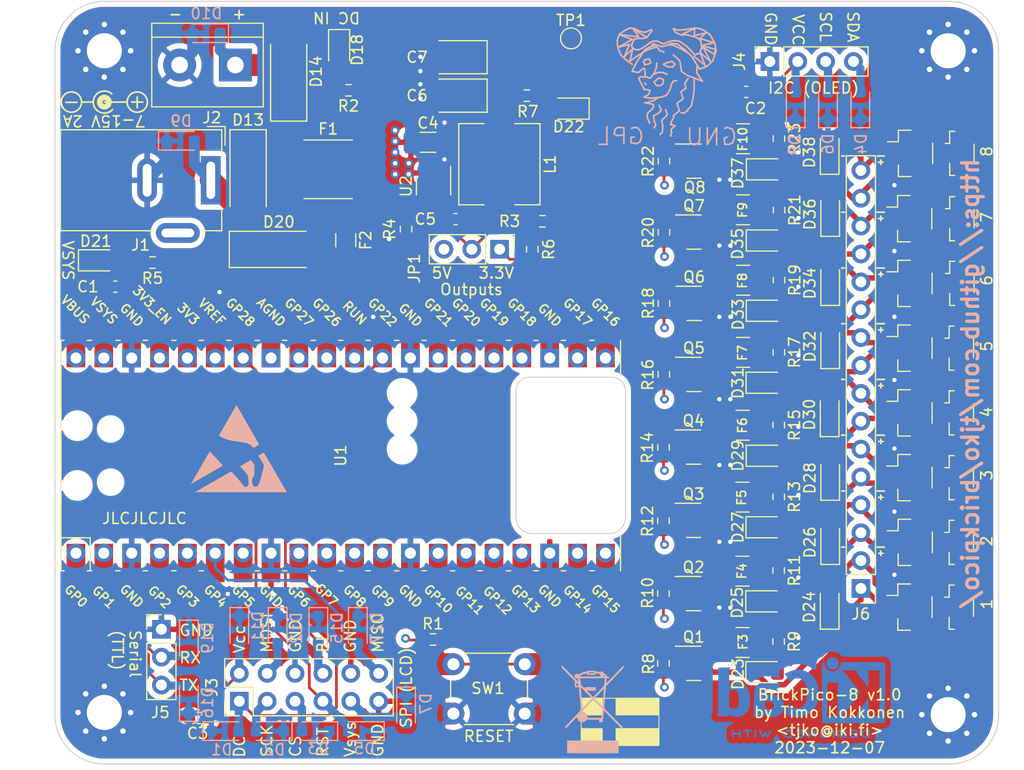
<source format=kicad_pcb>
(kicad_pcb (version 20221018) (generator pcbnew)
  (layers (0 "F.Cu" signal) (1 "In1.Cu" signal) (2 "In2.Cu" signal) (31 "B.Cu" signal) (34 "B.Paste" user) (35 "F.Paste" user) (36 "B.SilkS" user "B.Silkscreen") (37 "F.SilkS" user "F.Silkscreen") (38 "B.Mask" user) (39 "F.Mask" user) (44 "Edge.Cuts" user))
  (net 0 "")
  (net 1 "VSYS")
  (net 2 "GND")
  (net 3 "DC_IN")
  (net 4 "LED_PWR_1")
  (net 6 "/LED Connectors/Output 1/OUT_N")
  (net 7 "/LED Connectors/Output 1/OUT_P")
  (net 8 "/LED Connectors/Output 2/OUT_N")
  (net 9 "/LED Connectors/Output 2/OUT_P")
  (net 10 "/LED Connectors/Output 3/OUT_N")
  (net 11 "/LED Connectors/Output 3/OUT_P")
  (net 12 "/LED Connectors/Output 4/OUT_N")
  (net 13 "/LED Connectors/Output 4/OUT_P")
  (net 14 "/LED Connectors/Output 5/OUT_N")
  (net 15 "/LED Connectors/Output 5/OUT_P")
  (net 16 "/LED Connectors/Output 6/OUT_N")
  (net 17 "/LED Connectors/Output 6/OUT_P")
  (net 18 "/LED Connectors/Output 7/OUT_N")
  (net 19 "Net-(D13-A)")
  (net 20 "/LED Connectors/Output 7/OUT_P")
  (net 21 "/LED Connectors/Output 8/OUT_N")
  (net 22 "/LED Connectors/Output 8/OUT_P")
  (net 30 "RX")
  (net 31 "TX")
  (net 32 "SDA")
  (net 33 "SCL")
  (net 34 "3V3")
  (net 35 "DC")
  (net 36 "SCK")
  (net 37 "CS")
  (net 38 "RST")
  (net 39 "MOSI")
  (net 40 "MISO")
  (net 41 "Net-(JP1-A)")
  (net 42 "Net-(JP1-C)")
  (net 43 "Net-(U2-BST)")
  (net 44 "Net-(Q1-G)")
  (net 45 "Net-(Q2-G)")
  (net 46 "Net-(Q3-G)")
  (net 47 "Net-(Q4-G)")
  (net 48 "Net-(Q5-G)")
  (net 49 "Net-(Q6-G)")
  (net 50 "Net-(Q7-G)")
  (net 51 "Net-(Q8-G)")
  (net 52 "PWM0A")
  (net 53 "PWM0B")
  (net 54 "PWM1A")
  (net 55 "PWM1B")
  (net 56 "PWM2A")
  (net 57 "PWM2B")
  (net 58 "PWM3A")
  (net 59 "PWM3B")
  (net 60 "Net-(U1-RUN)")
  (net 64 "VBUS")
  (net 65 "Net-(U2-SW)")
  (net 68 "Net-(D10-A1)")
  (net 69 "Net-(D13-K)")
  (net 70 "Net-(D18-A)")
  (net 71 "Net-(D20-A)")
  (net 72 "Net-(D21-A)")
  (net 73 "Net-(D22-A)")
  (net 74 "Net-(D23-A)")
  (net 75 "Net-(D25-A)")
  (net 76 "Net-(D27-A)")
  (net 77 "Net-(D29-A)")
  (net 78 "Net-(D31-A)")
  (net 79 "Net-(D33-A)")
  (net 80 "Net-(D35-A)")
  (net 81 "Net-(D37-A)")
  (net 83 "Net-(R1-Pad2)")
  (footprint "Resistor_SMD:R_0603_1608Metric_Pad0.98x0.95mm_HandSolder" (layer "F.Cu") (at 64.45 117.65)
    (fp_text reference "R1")
    (fp_text value "1K")
  )
  (footprint "Connector_JST:JST_SUR_BM02B-SURS-TF_1x02-1MP_P0.80mm_Vertical" (layer "F.Cu") (at 112.5 108.8 -90)
    (fp_text reference "J8" hide)
    (fp_text value "JST SUR")
  )
  (footprint "Connector_BarrelJack:BarrelJack_Wuerth_6941xx301002" (layer "F.Cu") (at 44.2 75.8 -90)
    (fp_text reference "J1")
    (fp_text value "DC Connector")
  )
  (footprint "Connector_JST:JST_SUR_BM02B-SURS-TF_1x02-1MP_P0.80mm_Vertical" (layer "F.Cu") (at 112.55 85.2 -90)
    (fp_text reference "J12" hide)
    (fp_text value "JST SUR")
  )
  (footprint "Connector_PinHeader_2.54mm:PinHeader_1x03_P2.54mm_Vertical" (layer "F.Cu") (at 70.525 82.0875 -90)
    (fp_text reference "JP1")
    (fp_text value "Conn_01x03")
  )
  (footprint "FanPico:SW_PUSH_6mm_SMD_2" (layer "F.Cu") (at 66.3125 119.9)
    (fp_text reference "SW1")
    (fp_text value "Reset")
  )
  (footprint "Resistor_SMD:R_0603_1608Metric_Pad0.98x0.95mm_HandSolder" (layer "F.Cu") (at 95.96 104.6525 -90)
    (fp_text reference "R13")
    (fp_text value "10K")
  )
  (footprint "Fuse:Fuse_1210_3225Metric_Pad1.42x2.65mm_HandSolder" (layer "F.Cu") (at 92.72 84.91)
    (fp_text reference "F8")
    (fp_text value "Polyfuse 200mA")
  )
  (footprint "Resistor_SMD:R_0603_1608Metric_Pad0.98x0.95mm_HandSolder" (layer "F.Cu") (at 95.95 111.3625 -90)
    (fp_text reference "R11")
    (fp_text value "10K")
  )
  (footprint "LED_SMD:LED_0805_2012Metric_Pad1.15x1.40mm_HandSolder" (layer "F.Cu") (at 76.82 69.27 180)
    (fp_text reference "D22")
    (fp_text value "LED")
  )
  (footprint "Diode_SMD:D_SMA_Handsoldering" (layer "F.Cu") (at 50.4 82.1)
    (fp_text reference "D20")
    (fp_text value "SM5819PL 1A")
  )
  (footprint "Resistor_SMD:R_0603_1608Metric_Pad0.98x0.95mm_HandSolder" (layer "F.Cu") (at 38.8875 83.3 180)
    (fp_text reference "R5")
    (fp_text value "10K")
  )
  (footprint "Connector_JST:JST_SH_BM02B-SRSS-TB_1x02-1MP_P1.00mm_Vertical" (layer "F.Cu") (at 107.925 85.2 -90)
    (fp_text reference "J20" hide)
    (fp_text value "JST SRS")
  )
  (footprint "LED_SMD:LED_0805_2012Metric_Pad1.15x1.40mm_HandSolder" (layer "F.Cu") (at 94.825 120.625)
    (fp_text reference "D23")
    (fp_text value "LED")
  )
  (footprint "FanPico:RPi_Pico_PicoW_SMD_TH" (layer "F.Cu") (at 56.04 100.89 90)
    (fp_text reference "U1")
    (fp_text value "Pico")
  )
  (footprint "Connector_JST:JST_SUR_BM02B-SURS-TF_1x02-1MP_P0.80mm_Vertical" (layer "F.Cu") (at 112.5 102.9 -90)
    (fp_text reference "J9" hide)
    (fp_text value "JST SUR")
  )
  (footprint "Connector_JST:JST_SH_BM02B-SRSS-TB_1x02-1MP_P1.00mm_Vertical" (layer "F.Cu") (at 107.9 79.3 -90)
    (fp_text reference "J21" hide)
    (fp_text value "JST SRS")
  )
  (footprint "Connector_JST:JST_SUR_BM02B-SURS-TF_1x02-1MP_P0.80mm_Vertical" (layer "F.Cu") (at 112.55 79.3 -90)
    (fp_text reference "J13" hide)
    (fp_text value "JST SUR")
  )
  (footprint "Connector_JST:JST_SH_BM02B-SRSS-TB_1x02-1MP_P1.00mm_Vertical" (layer "F.Cu") (at 107.95 108.8 -90)
    (fp_text reference "J16" hide)
    (fp_text value "JST SRS")
  )
  (footprint "Fuse:Fuse_1210_3225Metric_Pad1.42x2.65mm_HandSolder" (layer "F.Cu") (at 92.6625 117.925)
    (fp_text reference "F3")
    (fp_text value "Polyfuse 200mA")
  )
  (footprint "Diode_SMD:D_SMA_Handsoldering" (layer "F.Cu") (at 47.6 75.7 -90)
    (fp_text reference "D13")
    (fp_text value "SK54A-LTP")
  )
  (footprint "Resistor_SMD:R_0603_1608Metric_Pad0.98x0.95mm_HandSolder" (layer "F.Cu") (at 85.45 119.8375 -90)
    (fp_text reference "R8")
    (fp_text value "1K")
  )
  (footprint "Connector_JST:JST_SH_BM02B-SRSS-TB_1x02-1MP_P1.00mm_Vertical" (layer "F.Cu") (at 107.925 102.9 -90)
    (fp_text reference "J17" hide)
    (fp_text value "JST SRS")
  )
  (footprint "Resistor_SMD:R_0603_1608Metric_Pad0.98x0.95mm_HandSolder" (layer "F.Cu") (at 85.49 93.4825 -90)
    (fp_text reference "R16")
    (fp_text value "1K")
  )
  (footprint "Connector_JST:JST_SUR_BM02B-SURS-TF_1x02-1MP_P0.80mm_Vertical" (layer "F.Cu") (at 112.5 91.1 -90)
    (fp_text reference "J11" hide)
    (fp_text value "JST SUR")
  )
  (footprint "Package_TO_SOT_SMD:SOT-23" (layer "F.Cu") (at 88.26 87.02)
    (fp_text reference "Q6")
    (fp_text value "2N7002K")
  )
  (footprint "Fuse:Fuse_1206_3216Metric_Pad1.42x1.75mm_HandSolder" (layer "F.Cu") (at 56.5 81.2625 -90)
    (fp_text reference "F2")
    (fp_text value "Polyfuse 500mA")
  )
  (footprint "Resistor_SMD:R_0603_1608Metric_Pad0.98x0.95mm_HandSolder" (layer "F.Cu") (at 85.5 87.0375 -90)
    (fp_text reference "R18")
    (fp_text value "1K")
  )
  (footprint "LED_SMD:LED_0805_2012Metric_Pad1.15x1.40mm_HandSolder" (layer "F.Cu") (at 34 83.1)
    (fp_text reference "D21")
    (fp_text value "LED")
  )
  (footprint "MountingHole:MountingHole_3.2mm_M3_Pad_Via" (layer "F.Cu") (at 111.4 64)
    (fp_text reference "H2" hide)
    (fp_text value "MountingHole_Pad")
  )
  (footprint "Resistor_SMD:R_0603_1608Metric_Pad0.98x0.95mm_HandSolder" (layer "F.Cu") (at 62 80.25 90)
    (fp_text reference "R4")
    (fp_text value "10K")
  )
  (footprint "Resistor_SMD:R_0603_1608Metric_Pad0.98x0.95mm_HandSolder" (layer "F.Cu") (at 95.95 117.8375 -90)
    (fp_text reference "R9")
    (fp_text value "10K")
  )
  (footprint "Fuse:Fuse_1210_3225Metric_Pad1.42x2.65mm_HandSolder" (layer "F.Cu") (at 92.7 78.49)
    (fp_text reference "F9")
    (fp_text value "Polyfuse 200mA")
  )
  (footprint "Diode_SMD:D_SOD-323_HandSoldering" (layer "F.Cu") (at 100.6 73.25 90)
    (fp_text reference "D38")
    (fp_text value "5V")
  )
  (footprint "LED_SMD:LED_0805_2012Metric_Pad1.15x1.40mm_HandSolder" (layer "F.Cu") (at 55.9 63.925 -90)
    (fp_text reference "D18")
    (fp_text value "LED")
  )
  (footprint "Fuse:Fuse_2920_7451Metric_Pad2.10x5.45mm_HandSolder" (layer "F.Cu") (at 54.9 74.8)
    (fp_text reference "F1")
    (fp_text value "Polyfuse 3A")
  )
  (footprint "Connector_JST:JST_SUR_BM02B-SURS-TF_1x02-1MP_P0.80mm_Vertical" (layer "F.Cu") (at 112.5 114.7 -90)
    (fp_text reference "J7" hide)
    (fp_text value "JST SUR")
  )
  (footprint "Capacitor_SMD:C_0603_1608Metric_Pad1.08x0.95mm_HandSolder" (layer "F.Cu") (at 43.1 124.8 180)
    (fp_text reference "C3")
    (fp_text value "0.1uF")
  )
  (footprint "LED_SMD:LED_0805_2012Metric_Pad1.15x1.40mm_HandSolder" (layer "F.Cu") (at 94.865 81.29)
    (fp_text reference "D35")
    (fp_text value "LED")
  )
  (footprint "Package_TO_SOT_SMD:SOT-23" (layer "F.Cu") (at 88.2125 119.825)
    (fp_text reference "Q1")
    (fp_text value "2N7002K")
  )
  (footprint "MountingHole:MountingHole_3.2mm_M3_Pad_Via" (layer "F.Cu") (at 34.5 124.302944)
    (fp_text reference "H4" hide)
    (fp_text value "MountingHole_Pad")
  )
  (footprint "Resistor_SMD:R_0603_1608Metric_Pad0.98x0.95mm_HandSolder" (layer "F.Cu") (at 95.98 72.0075 -90)
    (fp_text reference "R23")
    (fp_text value "10K")
  )
  (footprint "LED_SMD:LED_0805_2012Metric_Pad1.15x1.40mm_HandSolder" (layer "F.Cu") (at 94.875 74.805)
    (fp_text reference "D37")
    (fp_text value "LED")
  )
  (footprint "Connector_JST:JST_SH_BM02B-SRSS-TB_1x02-1MP_P1.00mm_Vertical" (layer "F.Cu") (at 107.925 91.1 -90)
    (fp_text reference "J19" hide)
    (fp_text value "JST SRS")
  )
  (footprint "Capacitor_Tantalum_SMD:CP_EIA-3528-21_Kemet-B_Pad1.50x2.35mm_HandSolder" (layer "F.Cu") (at 66.75 68.0875 180)
    (fp_text reference "C6")
    (fp_text value "22uF 16V")
  )
  (footprint "Connector_JST:JST_SH_BM02B-SRSS-TB_1x02-1MP_P1.00mm_Vertical" (layer "F.Cu") (at 107.925 97 -90)
    (fp_text reference "J18" hide)
    (fp_text value "JST SRS")
  )
  (footprint "Diode_SMD:D_SOD-323_HandSoldering" (layer "F.Cu") (at 100.65 108.8 90)
    (fp_text reference "D26")
    (fp_text value "5V")
  )
  (footprint "LED_SMD:LED_0805_2012Metric_Pad1.15x1.40mm_HandSolder" (layer "F.Cu") (at 94.82 114.175)
    (fp_text reference "D25")
    (fp_text value "LED")
  )
  (footprint "MountingHole:MountingHole_3.2mm_M3_Pad_Via" (layer "F.Cu") (at 111.4 124.5)
    (fp_text reference "H3" hide)
    (fp_text value "MountingHole_Pad")
  )
  (footprint "Connector_JST:JST_SUR_BM02B-SURS-TF_1x02-1MP_P0.80mm_Vertical" (layer "F.Cu") (at 112.5 97 -90)
    (fp_text reference "J10" hide)
    (fp_text value "JST SUR")
  )
  (footprint "Resistor_SMD:R_0603_1608Metric_Pad0.98x0.95mm_HandSolder" (layer "F.Cu") (at 85.45 113.4625 -90)
    (fp_text reference "R10")
    (fp_text value "1K")
  )
  (footprint "Resistor_SMD:R_0603_1608Metric_Pad0.98x0.95mm_HandSolder" (layer "F.Cu") (at 74.43 79.54)
    (fp_text reference "R3")
    (fp_text value "56.2K")
  )
  (footprint "Package_TO_SOT_SMD:SOT-23" (layer "F.Cu") (at 88.2025 106.795)
    (fp_text reference "Q3")
    (fp_text value "2N7002K")
  )
  (footprint "Capacitor_SMD:C_0603_1608Metric_Pad1.08x0.95mm_HandSolder" (layer "F.Cu") (at 66.5 79.3375)
    (fp_text reference "C5")
    (fp_text value "0.1uF")
  )
  (footprint "Package_TO_SOT_SMD:SOT-23" (layer "F.Cu") (at 88.1975 100.115)
    (fp_text reference "Q4")
    (fp_text value "2N7002K")
  )
  (footprint "Package_TO_SOT_SMD:SOT-23" (layer "F.Cu") (at 88.1975 113.465)
    (fp_text reference "Q2")
    (fp_text value "2N7002K")
  )
  (footprint "Capacitor_SMD:C_0603_1608Metric_Pad1.08x0.95mm_HandSolder" (layer "F.Cu") (at 35.5 85.5 180)
    (fp_text reference "C1")
    (fp_text value "0.1uF")
  )
  (footprint "LED_SMD:LED_0805_2012Metric_Pad1.15x1.40mm_HandSolder" (layer "F.Cu") (at 94.835 107.425)
    (fp_text reference "D27")
    (fp_text value "LED")
  )
  (footprint "Resistor_SMD:R_0603_1608Metric_Pad0.98x0.95mm_HandSolder" (layer "F.Cu") (at 95.99 78.5175 -90)
    (fp_text reference "R21")
    (fp_text value "10K")
  )
  (footprint "LED_SMD:LED_0805_2012Metric_Pad1.15x1.40mm_HandSolder" (layer "F.Cu") (at 94.855 100.905)
    (fp_text reference "D29")
    (fp_text value "LED")
  )
  (footprint "Capacitor_SMD:C_0603_1608Metric_Pad1.08x0.95mm_HandSolder" (layer "F.Cu") (at 93 67.75)
    (fp_text reference "C2")
    (fp_text value "0.1uF")
  )
  (footprint "Connector_PinHeader_2.54mm:PinHeader_2x06_P2.54mm_Vertical" (layer "F.Cu") (at 46.8 123.275 90)
    (fp_text reference "J3")
    (fp_text value "SPI (LCD)")
  )
  (footprint "Fuse:Fuse_1210_3225Metric_Pad1.42x2.65mm_HandSolder" (layer "F.Cu") (at 92.67 98.125)
    (fp_text reference "F6")
    (fp_text value "Polyfuse 200mA")
  )
  (footprint "Package_TO_SOT_SMD:SOT-23" (layer "F.Cu") (at 88.24 74.055)
    (fp_text reference "Q8")
    (fp_text value "2N7002K")
  )
  (footprint "Fuse:Fuse_1210_3225Metric_Pad1.42x2.65mm_HandSolder" (layer "F.Cu") (at 92.66 104.675)
    (fp_text reference "F5")
    (fp_text value "Polyfuse 200mA")
  )
  (footprint "Diode_SMD:D_SOD-323_HandSoldering" (layer "F.Cu") (at 100.65 85.2 90)
    (fp_text reference "D34")
    (fp_text value "5V")
  )
  (footprint "MountingHole:MountingHole_3.2mm_M3_Pad_Via" (layer "F.Cu") (at 34.5 64)
    (fp_text reference "H1" hide)
    (fp_text value "MountingHole_Pad")
  )
  (footprint "Resistor_SMD:R_0603_1608Metric_Pad0.98x0.95mm_HandSolder" (layer "F.Cu") (at 73 68.0875)
    (fp_text reference "R7")
    (fp_text value "10K")
  )
  (footprint "Resistor_SMD:R_0603_1608Metric_Pad0.98x0.95mm_HandSolder" (layer "F.Cu") (at 73.5 82.0875 90)
    (fp_text reference "R6")
    (fp_text value "82K")
  )
  (footprint "Connector_JST:JST_SH_BM02B-SRSS-TB_1x02-1MP_P1.00mm_Vertical" (layer "F.Cu") (at 107.925 114.7 -90)
    (fp_text reference "J15" hide)
    (fp_text value "JST SRS")
  )
  (footprint "Resistor_SMD:R_0603_1608Metric_Pad0.98x0.95mm_HandSolder" (layer "F.Cu") (at 85.5 80.5375 -90)
    (fp_text reference "R20")
    (fp_text value "1K")
  )
  (footprint "Fuse:Fuse_1210_3225Metric_Pad1.42x2.65mm_HandSolder" (layer "F.Cu") (at 92.65 111.425)
    (fp_text reference "F4")
    (fp_text value "Polyfuse 200mA")
  )
  (footprint "Connector_PinHeader_2.54mm:PinHeader_1x16_P2.54mm_Vertical" (layer "F.Cu") (at 103.4475 113 180)
    (fp_text reference "J6")
    (fp_text value "Conn_01x16")
  )
  (footprint "Resistor_SMD:R_0603_1608Metric_Pad0.98x0.95mm_HandSolder" (layer "F.Cu") (at 56.75 67.6 180)
    (fp_text reference "R2")
    (fp_text value "49.9K")
  )
  (footprint "TerminalBlock:TerminalBlock_bornier-2_P5.08mm" (layer "F.Cu") (at 46.44 65.3 180)
    (fp_text reference "J2")
    (fp_text value "Terminal Block")
  )
  (footprint "Symbol:OSHW-Logo_5.7x6mm_Copper" (layer "F.Cu") (at 86.25 64.75)
    (fp_text reference "REF**" hide)
    (fp_text value "OSHW-Logo_5.7x6mm_Copper" hide)
  )
  (footprint "Resistor_SMD:R_0603_1608Metric_Pad0.98x0.95mm_HandSolder" (layer "F.Cu") (at 85.46 100.1375 -90)
    (fp_text reference "R14")
    (fp_text value "1K")
  )
  (footprint "Capacitor_SMD:C_1206_3216Metric_Pad1.33x1.80mm_HandSolder" (layer "F.Cu") (at 64 72.3375 180)
    (fp_text reference "C4")
    (fp_text value "10uF 50V")
  )
  (footprint "FanPico:TSOT-26" (layer "F.Cu") (at 64.5 76.3375 -90)
    (fp_text reference "U2")
    (fp_text value "AP62300TWU")
  )
  (footprint "Resistor_SMD:R_0603_1608Metric_Pad0.98x0.95mm_HandSolder" (layer "F.Cu") (at 85.45 106.8375 -90)
    (fp_text reference "R12")
    (fp_text value "1K")
  )
  (footprint "LED_SMD:LED_0805_2012Metric_Pad1.15x1.40mm_HandSolder" (layer "F.Cu") (at 94.845 94.255)
    (fp_text reference "D31")
    (fp_text value "LED")
  )
  (footprint "Diode_SMD:D_SOD-323_HandSoldering" (layer "F.Cu") (at 100.6 97.15 90)
    (fp_text reference "D30")
    (fp_text value "5V")
  )
  (footprint "FanPico:L_7.3x7.3_H3.5_HandSolder" (layer "F.Cu") (at 70.5 74.3375 90)
    (fp_text reference "L1")
    (fp_text value "3.3uH")
  )
  (footprint "TestPoint:TestPoint_Pad_D1.5mm" (layer "F.Cu") (at 77.03 62.87)
    (fp_text reference "TP1")
    (fp_text value "TestPoint")
  )
  (footprint "Diode_SMD:D_SOD-323_HandSoldering" (layer "F.Cu") (at 100.65 102.95 90)
    (fp_text reference "D28")
    (fp_text value "5V")
  )
  (footprint "Resistor_SMD:R_0603_1608Metric_Pad0.98x0.95mm_HandSolder" (layer "F.Cu") (at 85.5 74.0525 -90)
    (fp_text reference "R22")
    (fp_text value "1K")
  )
  (footprint "Capacitor_Tantalum_SMD:CP_EIA-3528-21_Kemet-B_Pad1.50x2.35mm_HandSolder" (layer "F.Cu") (at 66.75 64.5875 180)
    (fp_text reference "C7")
    (fp_text value "22uF 16V")
  )
  (footprint "Connector_PinSocket_2.54mm:PinSocket_1x04_P2.54mm_Vertical" (layer "F.Cu") (at 95.15 64.975 90)
    (fp_text reference "J4")
    (fp_text value "I2C (OLED)")
  )
  (footprint "Package_TO_SOT_SMD:SOT-23" (layer "F.Cu") (at 88.23 93.495)
    (fp_text reference "Q5")
    (fp_text value "2N7002K")
  )
  (footprint "Package_TO_SOT_SMD:SOT-23" (layer "F.Cu") (at 88.2375 80.52)
    (fp_text reference "Q7")
    (fp_text value "2N7002K")
  )
  (footprint "LED_SMD:LED_0805_2012Metric_Pad1.15x1.40mm_HandSolder" (layer "F.Cu") (at 94.865 87.69)
    (fp_text reference "D33")
    (fp_text value "LED")
  )
  (footprint "Diode_SMD:D_SOD-323_HandSoldering" (layer "F.Cu") (at 100.65 90.95 90)
    (fp_text reference "D32")
    (fp_text value "5V")
  )
  (footprint "Symbol:Symbol_Barrel_Polarity" (layer "F.Cu") (at 34.5 68.6)
    (fp_text reference "REF**" hide)
    (fp_text value "Symbol_Barrel_Polarity")
  )
  (footprint "Diode_SMD:D_SMA_Handsoldering" (layer "F.Cu") (at 51.3 65.9 90)
    (fp_text reference "D14")
    (fp_text value "SK54A-LTP")
  )
  (footprint "Resistor_SMD:R_0603_1608Metric_Pad0.98x0.95mm_HandSolder" (layer "F.Cu") (at 95.96 98.1075 -90)
    (fp_text reference "R15")
    (fp_text value "10K")
  )
  (footprint "Connector_JST:JST_SUR_BM02B-SURS-TF_1x02-1MP_P0.80mm_Vertical" (layer "F.Cu") (at 112.55 73.35 -90)
    (fp_text reference "J14" hide)
    (fp_text value "JST SUR")
  )
  (footprint "Connector_JST:JST_SH_BM02B-SRSS-TB_1x02-1MP_P1.00mm_Vertical" (layer "F.Cu") (at 107.975 73.35 -90)
    (fp_text reference "J22" hide)
    (fp_text value "JST SRS")
  )
  (footprint "Fuse:Fuse_1210_3225Metric_Pad1.42x2.65mm_HandSolder" (layer "F.Cu") (at 92.7 91.485)
    (fp_text reference "F7")
    (fp_text value "Polyfuse 200mA")
  )
  (footprint "Resistor_SMD:R_0603_1608Metric_Pad0.98x0.95mm_HandSolder" (layer "F.Cu") (at 95.99 84.8975 -90)
    (fp_text reference "R19")
    (fp_text value "10K")
  )
  (footprint "Fuse:Fuse_1210_3225Metric_Pad1.42x2.65mm_HandSolder" (layer "F.Cu") (at 92.7075 72.015)
    (fp_text reference "F10")
    (fp_text value "Polyfuse 200mA")
  )
  (footprint "Resistor_SMD:R_0603_1608Metric_Pad0.98x0.95mm_HandSolder" (layer "F.Cu") (at 95.97 91.4825 -90)
    (fp_text reference "R17")
    (fp_text value "10K")
  )
  (footprint "Diode_SMD:D_SOD-323_HandSoldering" (layer "F.Cu") (at 100.6 114.7 90)
    (fp_text reference "D24")
    (fp_text value "5V")
  )
  (footprint "Connector_PinHeader_2.54mm:PinHeader_1x03_P2.54mm_Vertical" (layer "F.Cu") (at 39.7 116.72)
    (fp_text reference "J5")
    (fp_text value "Serial (TTL)")
  )
  (footprint "Diode_SMD:D_SOD-323_HandSoldering" (layer "F.Cu") (at 100.65 78.9 90)
    (fp_text reference "D36")
    (fp_text value "5V")
  )
  (footprint "Diode_SMD:D_SOD-323_HandSoldering" (layer "B.Cu") (at 45.5 126)
    (fp_text reference "D1")
    (fp_text value "3.3V")
  )
  (footprint "Diode_SMD:D_SOD-323_HandSoldering" (layer "B.Cu") (at 100.45 69 90)
    (fp_text reference "D6")
    (fp_text value "3.3V")
  )
  (footprint "Diode_SMD:D_SOD-323_HandSoldering" (layer "B.Cu") (at 46.8 116.75 -90)
    (fp_text reference "D11")
    (fp_text value "3.3V")
  )
  (footprint "Diode_SMD:D_SOD-323_HandSoldering" (layer "B.Cu") (at 57.6 116.75 -90)
    (fp_text reference "D17")
    (fp_text value "3.3V")
  )
  (footprint "Diode_SMD:D_SOD-323_HandSoldering" (layer "B.Cu") (at 103.4 69 90)
    (fp_text reference "D4")
    (fp_text value "3.3V")
  )
  (footprint "Diode_SMD:D_SOD-323_HandSoldering" (layer "B.Cu") (at 42.2 117.9 -90)
    (fp_text reference "D19")
    (fp_text value "3.3V")
  )
  (footprint "Diode_SMD:D_SOD-323_HandSoldering" (layer "B.Cu") (at 53.75 126 180)
    (fp_text reference "D3")
    (fp_text value "3.3V")
  )
  (footprint "Diode_SMD:D_SOD-323_HandSoldering" (layer "B.Cu") (at 49.6 126 180)
    (fp_text reference "D2")
    (fp_text value "3.3V")
  )
  (footprint "Diode_SMD:D_SOD-323_HandSoldering" (layer "B.Cu") (at 41.45 72.2)
    (fp_text reference "D9")
    (fp_text value "12V")
  )
  (footprint "Symbol:WEEE-Logo_5.6x8mm_SilkScreen" (layer "B.Cu") (at 79 124 180)
    (fp_text reference "REF**" hide)
    (fp_text value "WEEE-Logo_5.6x8mm_SilkScreen" hide)
  )
  (footprint "Diode_SMD:D_SOD-323_HandSoldering" (layer "B.Cu") (at 58 126 180)
    (fp_text reference "D5")
    (fp_text value "3.3V")
  )
  (footprint "Diode_SMD:D_SOD-323_HandSoldering" (layer "B.Cu") (at 42.2 123.1 90)
    (fp_text reference "D16")
    (fp_text value "3.3V")
  )
  (footprint "Diode_SMD:D_SOD-323_HandSoldering" (layer "B.Cu") (at 50.3 116.75 -90)
    (fp_text reference "D12")
    (fp_text value "3.3V")
  )
  (footprint "Diode_SMD:D_SOD-323_HandSoldering" (layer "B.Cu") (at 43.8 62.4 180)
    (fp_text reference "D10")
    (fp_text value "12V")
  )
  (footprint "Diode_SMD:D_SOD-323_HandSoldering" (layer "B.Cu") (at 54 116.75 -90)
    (fp_text reference "D15")
    (fp_text value "3.3V")
  )
  (footprint "Symbol:ESD-Logo_8.9x8mm_SilkScreen" (layer "B.Cu") (at 46.75 100.25 180)
    (fp_text reference "REF**" hide)
    (fp_text value "ESD-Logo_8.9x8mm_SilkScreen" hide)
  )
  (footprint "Diode_SMD:D_SOD-323_HandSoldering" (layer "B.Cu") (at 97.5 69 90)
    (fp_text reference "D8")
    (fp_text value "3.3V")
  )
  (footprint "Diode_SMD:D_SOD-323_HandSoldering" (layer "B.Cu") (at 62 124 -90)
    (fp_text reference "D7")
    (fp_text value "5V")
  )
  (footprint "Symbol:Symbol_GNU-Logo_SilkscreenTop" (layer "B.Cu") (at 85.49981 65.67393 180)
    (fp_text reference "REF**" hide)
    (fp_text value "Symbol_GNU-Logo_SilkscreenTop")
  )
  (footprint "Symbol:KiCad-Logo2_6mm_Copper" (layer "B.Cu") (at 98 122.25 180)
    (fp_text reference "REF**" hide)
    (fp_text value "KiCad-Logo2_6mm_Copper" hide)
  )
  (gr_line (start 105.265 89.64) (end 105.265 89.24) (stroke (width 0.15)) (layer "F.SilkS"))
  (gr_line (start 101.7 99.03) (end 101.955 99.03) (stroke (width 0.15)) (layer "F.SilkS"))
  (gr_line (start 101.7 104.12) (end 101.955 104.12) (stroke (width 0.15)) (layer "F.SilkS"))
  (gr_line (start 105.265 99.8) (end 105.265 99.4) (stroke (width 0.15)) (layer "F.SilkS"))
  (gr_line (start 101.7 83.8) (end 101.955 83.8) (stroke (width 0.15)) (layer "F.SilkS"))
  (gr_poly (pts (xy 79.904841 127.321307) (xy 77.938608 127.321307) (xy 77.938608 125.744267) (xy 79.904841 125.744267)) (stroke (width 0.019843)) (fill solid) (layer "F.SilkS"))
  (gr_poly (pts (xy 85.053533 124.548311) (xy 81.100797 124.548311) (xy 81.100797 122.979378) (xy 85.053533 122.979378)) (stroke (width 0.019843)) (fill solid) (layer "F.SilkS"))
  (gr_line (start 85.039091 123) (end 85.039091 127.303243) (stroke (width 0.079374)) (layer "F.SilkS"))
  (gr_line (start 101.7 73.59) (end 101.955 73.59) (stroke (width 0.15)) (layer "F.SilkS"))
  (gr_line (start 104.94 99.03) (end 105.59 99.03) (stroke (width 0.15)) (layer "F.SilkS"))
  (gr_line (start 32 68.7) (end 31 68.7) (stroke (width 0.15)) (layer "F.SilkS"))
  (gr_poly (pts (xy 79.908895 124.548311) (xy 77.950771 124.548311) (xy 77.950771 122.979378) (xy 79.908895 122.979378)) (stroke (width 0.019843)) (fill solid) (layer "F.SilkS"))
  (gr_line (start 85.039091 127.303243) (end 77.960909 127.303243) (stroke (width 0.079374)) (layer "F.SilkS"))
  (gr_line (start 104.94 93.95) (end 105.59 93.95) (stroke (width 0.15)) (layer "F.SilkS"))
  (gr_line (start 105.465 109.8) (end 105.065 109.8) (stroke (width 0.15)) (layer "F.SilkS"))
  (gr_line (start 101.7 93.95) (end 101.955 93.95) (stroke (width 0.15)) (layer "F.SilkS"))
  (gr_line (start 104.94 104.12) (end 105.59 104.12) (stroke (width 0.15)) (layer "F.SilkS"))
  (gr_line (start 101.7 88.87) (end 101.955 88.87) (stroke (width 0.15)) (layer "F.SilkS"))
  (gr_line (start 105.265 79.48) (end 105.265 79.08) (stroke (width 0.15)) (layer "F.SilkS"))
  (gr_line (start 77.960909 123) (end 85.039091 123) (stroke (width 0.079374)) (layer "F.SilkS"))
  (gr_line (start 37 68.675) (end 38 68.675) (stroke (width 0.15)) (layer "F.SilkS"))
  (gr_poly (pts (xy 85.061606 127.321271) (xy 81.100832 127.321271) (xy 81.100832 125.736194) (xy 85.061606 125.736194)) (stroke (width 0.019914)) (fill solid) (layer "F.SilkS"))
  (gr_line (start 105.465 89.44) (end 105.065 89.44) (stroke (width 0.15)) (layer "F.SilkS"))
  (gr_line (start 105.465 74.16) (end 105.065 74.16) (stroke (width 0.15)) (layer "F.SilkS"))
  (gr_line (start 77.960909 127.303243) (end 77.960909 123) (stroke (width 0.079374)) (layer "F.SilkS"))
  (gr_line (start 101.7 78.71) (end 101.955 78.71) (stroke (width 0.15)) (layer "F.SilkS"))
  (gr_line (start 105.465 99.6) (end 105.065 99.6) (stroke (width 0.15)) (layer "F.SilkS"))
  (gr_line (start 105.265 84.57) (end 105.265 84.17) (stroke (width 0.15)) (layer "F.SilkS"))
  (gr_line (start 105.265 74.36) (end 105.265 73.96) (stroke (width 0.15)) (layer "F.SilkS"))
  (gr_line (start 104.94 73.59) (end 105.59 73.59) (stroke (width 0.15)) (layer "F.SilkS"))
  (gr_line (start 105.465 94.52) (end 105.065 94.52) (stroke (width 0.15)) (layer "F.SilkS"))
  (gr_line (start 104.94 78.71) (end 105.59 78.71) (stroke (width 0.15)) (layer "F.SilkS"))
  (gr_line (start 105.265 110) (end 105.265 109.6) (stroke (width 0.15)) (layer "F.SilkS"))
  (gr_line (start 101.7 109.23) (end 101.955 109.23) (stroke (width 0.15)) (layer "F.SilkS"))
  (gr_line (start 104.94 83.8) (end 105.59 83.8) (stroke (width 0.15)) (layer "F.SilkS"))
  (gr_line (start 105.465 79.28) (end 105.065 79.28) (stroke (width 0.15)) (layer "F.SilkS"))
  (gr_line (start 105.465 104.69) (end 105.065 104.69) (stroke (width 0.15)) (layer "F.SilkS"))
  (gr_line (start 104.94 88.87) (end 105.59 88.87) (stroke (width 0.15)) (layer "F.SilkS"))
  (gr_line (start 105.465 84.37) (end 105.065 84.37) (stroke (width 0.15)) (layer "F.SilkS"))
  (gr_line (start 37.5 68.2) (end 37.5 69.2) (stroke (width 0.15)) (layer "F.SilkS"))
  (gr_line (start 105.265 104.89) (end 105.265 104.49) (stroke (width 0.15)) (layer "F.SilkS"))
  (gr_line (start 105.265 94.72) (end 105.265 94.32) (stroke (width 0.15)) (layer "F.SilkS"))
  (gr_line (start 104.94 109.23) (end 105.59 109.23) (stroke (width 0.15)) (layer "F.SilkS"))
  (gr_line (start 111.5 129) (end 34.5 129) (stroke (width 0.1)) (layer "Edge.Cuts"))
  (gr_arc (start 82 106.5) (mid 81.56066 107.56066) (end 80.5 108) (stroke (width 0.1)) (layer "Edge.Cuts"))
  (gr_arc (start 34.5 129) (mid 31.318019 127.681981) (end 30 124.5) (stroke (width 0.1)) (layer "Edge.Cuts"))
  (gr_arc (start 72 95) (mid 72.366117 94.116117) (end 73.25 93.75) (stroke (width 0.1)) (layer "Edge.Cuts"))
  (gr_line (start 80.75 93.75) (end 73.25 93.75) (stroke (width 0.1)) (layer "Edge.Cuts"))
  (gr_arc (start 116 124.5) (mid 114.681981 127.681981) (end 111.5 129) (stroke (width 0.1)) (layer "Edge.Cuts"))
  (gr_arc (start 80.75 93.75) (mid 81.633883 94.116117) (end 82 95) (stroke (width 0.1)) (layer "Edge.Cuts"))
  (gr_line (start 82 106.5) (end 82 95) (stroke (width 0.1)) (layer "Edge.Cuts"))
  (gr_line (start 30 124.5) (end 30 64) (stroke (width 0.1)) (layer "Edge.Cuts"))
  (gr_line (start 73.5 108) (end 80.5 108) (stroke (width 0.1)) (layer "Edge.Cuts"))
  (gr_arc (start 30 64) (mid 31.318019 60.818019) (end 34.5 59.5) (stroke (width 0.1)) (layer "Edge.Cuts"))
  (gr_line (start 116 64) (end 116 124.5) (stroke (width 0.1)) (layer "Edge.Cuts"))
  (gr_line (start 34.5 59.5) (end 111.5 59.5) (stroke (width 0.1)) (layer "Edge.Cuts"))
  (gr_arc (start 73.5 108) (mid 72.43934 107.56066) (end 72 106.5) (stroke (width 0.1)) (layer "Edge.Cuts"))
  (gr_line (start 72 95) (end 72 106.5) (stroke (width 0.1)) (layer "Edge.Cuts"))
  (gr_arc (start 111.5 59.5) (mid 114.681981 60.818019) (end 116 64) (stroke (width 0.1)) (layer "Edge.Cuts"))
  (gr_text "https://github.com/tjko/brickpico/" (at 114.3 73.66 90) (layer "B.SilkS") (effects (font (size 1.5 1.5) (thickness 0.3) bold) (justify left bottom mirror)))
  (gr_text "4" (at 115.5 97.5 90) (layer "F.SilkS") (effects (font (size 1 1)) (justify left bottom)))
  (gr_text "I2C (OLED)" (at 94.89 67.975) (layer "F.SilkS") (effects (font (size 1 1)) (justify left bottom)))
  (gr_text "MISO" (at 60 118.95 90) (layer "F.SilkS") (effects (font (size 1 1)) (justify left bottom)))
  (gr_text "GND" (at 60 128.45 90) (layer "F.SilkS") (effects (font (size 1 1)) (justify left bottom)))
  (gr_text "3" (at 115.5 103.25 90) (layer "F.SilkS") (effects (font (size 1 1)) (justify left bottom)))
  (gr_text "RX" (at 41.25 119.9) (layer "F.SilkS") (effects (font (size 1 1)) (justify left bottom)))
  (gr_text "GND" (at 57.5 118.95 90) (layer "F.SilkS") (effects (font (size 1 1)) (justify left bottom)))
  (gr_text "VSYS" (at 30.6 81.2 -90) (layer "F.SilkS") (effects (font (size 1 1)) (justify left bottom)))
  (gr_text "8" (at 115.5 73.75 90) (layer "F.SilkS") (effects (font (size 1 1)) (justify left bottom)))
  (gr_text "SPI (LCD)" (at 62.6 125.8 90) (layer "F.SilkS") (effects (font (size 1 1)) (justify left bottom)))
  (gr_text "Outputs" (at 65 86.3375) (layer "F.SilkS") (effects (font (size 1 1)) (justify left bottom)))
  (gr_text "TX" (at 41.25 122.4) (layer "F.SilkS") (effects (font (size 1 1)) (justify left bottom)))
  (gr_text "BL" (at 55 118.95 90) (layer "F.SilkS") (effects (font (size 1 1)) (justify left bottom)))
  (gr_text "Vcc" (at 47.4 119 90) (layer "F.SilkS") (effects (font (size 1 1)) (justify left bottom)))
  (gr_text "7" (at 115.5 79.75 90) (layer "F.SilkS") (effects (font (size 1 1)) (justify left bottom)))
  (gr_text "+      -" (at 47.5 60.2 180) (layer "F.SilkS") (effects (font (size 1 1)) (justify left bottom)))
  (gr_text "RST" (at 55 128.45 90) (layer "F.SilkS") (effects (font (size 1 1)) (justify left bottom)))
  (gr_text "SCK" (at 49.9 128.45 90) (layer "F.SilkS") (effects (font (size 1 1)) (justify left bottom)))
  (gr_text "DC" (at 47.4 128.5 90) (layer "F.SilkS") (effects (font (size 1 1)) (justify left bottom)))
  (gr_text "GND" (at 52.5 118.95 90) (layer "F.SilkS") (effects (font (size 1 1)) (justify left bottom)))
  (gr_text "GND" (at 41.25 117.4) (layer "F.SilkS") (effects (font (size 1 1)) (justify left bottom)))
  (gr_text "MOSI" (at 49.9 118.95 90) (layer "F.SilkS") (effects (font (size 1 1)) (justify left bottom)))
  (gr_text "RESET" (at 67.1625 127.05) (layer "F.SilkS") (effects (font (size 1 1)) (justify left bottom)))
  (gr_text "2" (at 115.5 109.25 90) (layer "F.SilkS") (effects (font (size 1 1)) (justify left bottom)))
  (gr_text "JLCJLCJLC" (at 34.2 107.2) (layer "F.SilkS") (effects (font (size 1 1)) (justify left bottom)))
  (gr_text "Serial\n(TTL)\n\n" (at 33.5 116.7 270) (layer "F.SilkS") (effects (font (size 1 1)) (justify left bottom)))
  (gr_text "SCL" (at 99.64 60.325 -90) (layer "F.SilkS") (effects (font (size 1 1)) (justify left bottom)))
  (gr_text "CS" (at 52.5 128.45 90) (layer "F.SilkS") (effects (font (size 1 1)) (justify left bottom)))
  (gr_text "VCC" (at 97.14 60.575 -90) (layer "F.SilkS") (effects (font (size 1 1)) (justify left bottom)))
  (gr_text "7-15V 2A" (at 38.35 69.8 180) (layer "F.SilkS") (effects (font (size 1 1)) (justify left bottom)))
  (gr_text "BrickPico-8 v1.0\nby Timo Kokkonen\n<tjko@iki.fi>\n2023-12-07" (at 100.6 128.1) (layer "F.SilkS") (effects (font (size 1 1)) (justify bottom)))
  (gr_text "5V" (at 64.25 84.8375) (layer "F.SilkS") (effects (font (size 1 1)) (justify left bottom)))
  (gr_text "GND" (at 94.64 60.375 -90) (layer "F.SilkS") (effects (font (size 1 1)) (justify left bottom)))
  (gr_text "3.3V" (at 68.5 84.8375) (layer "F.SilkS") (effects (font (size 1 1)) (justify left bottom)))
  (gr_text "Vsys" (at 57.5 128.45 90) (layer "F.SilkS") (effects (font (size 1 1)) (justify left bottom)))
  (gr_text "6" (at 115.5 85.5 90) (layer "F.SilkS") (effects (font (size 1 1)) (justify left bottom)))
  (gr_text "1" (at 115.5 115 90) (layer "F.SilkS") (effects (font (size 1 1)) (justify left bottom)))
  (gr_text "DC IN" (at 57.9 60.4 180) (layer "F.SilkS") (effects (font (size 1 1)) (justify left bottom)))
  (gr_text "5" (at 115.5 91.5 90) (layer "F.SilkS") (effects (font (size 1 1)) (justify left bottom)))
  (gr_text "SDA" (at 102.14 60.325 -90) (layer "F.SilkS") (effects (font (size 1 1)) (justify left bottom)))
  (segment (start 41.645 84.53) (end 37.3325 84.53) (width 0.5) (layer "F.Cu") (net 1))
  (segment (start 42.175 84) (end 41.645 84.53) (width 0.5) (layer "F.Cu") (net 1))
  (segment (start 45.2 82.1) (end 43.3 84) (width 0.5) (layer "F.Cu") (net 1))
  (segment (start 43.3 84) (end 42.175 84) (width 0.5) (layer "F.Cu") (net 1))
  (segment (start 41.475 83.3) (end 42.175 84) (width 0.25) (layer "F.Cu") (net 1))
  (segment (start 34.45 88.85) (end 34.45 92) (width 0.5) (layer "F.Cu") (net 1))
  (segment (start 36.3625 85.5) (end 36.3625 86.9375) (width 0.5) (layer "F.Cu") (net 1))
  (segment (start 39.8 83.3) (end 41.475 83.3) (width 0.25) (layer "F.Cu") (net 1))
  (segment (start 36.3625 86.9375) (end 34.45 88.85) (width 0.5) (layer "F.Cu") (net 1))
  (segment (start 47.9 82.1) (end 45.2 82.1) (width 0.5) (layer "F.Cu") (net 1))
  (segment (start 37.3325 84.53) (end 36.3625 85.5) (width 0.5) (layer "F.Cu") (net 1))
  (segment (start 58.385 124.7) (end 56.96 123.275) (width 0.75) (layer "B.Cu") (net 1))
  (segment (start 62 125.25) (end 61.45 124.7) (width 0.75) (layer "B.Cu") (net 1))
  (segment (start 61.45 124.7) (end 58.385 124.7) (width 0.75) (layer "B.Cu") (net 1))
  (segment (start 65.47 70.1) (end 65.125 69.755) (width 0.5) (layer "F.Cu") (net 2))
  (segment (start 65.47 75.1175) (end 65.47 70.1) (width 0.5) (layer "F.Cu") (net 2))
  (segment (start 65.125 69.755) (end 65.125 68.0875) (width 0.5) (layer "F.Cu") (net 2))
  (segment (start 65.45 75.1375) (end 65.47 75.1175) (width 0.5) (layer "F.Cu") (net 2))
  (via (at 97.75 104.5) (size 0.8) (drill 0.4) (layers "F.Cu" "B.Cu") (net 2))
  (via (at 65.49 73.9) (size 0.8) (drill 0.4) (layers "F.Cu" "B.Cu") (net 2))
  (via (at 91.55 81.75) (size 0.8) (drill 0.4) (layers "F.Cu" "B.Cu") (net 2))
  (via (at 97.75 91.75) (size 0.8) (drill 0.4) (layers "F.Cu" "B.Cu") (net 2))
  (via (at 65.5 70.55) (size 0.8) (drill 0.4) (layers "F.Cu" "B.Cu") (net 2))
  (via (at 63.3 64.55) (size 0.8) (drill 0.4) (layers "F.Cu" "B.Cu") (net 2))
  (via (at 106.5 94) (size 0.8) (drill 0.4) (layers "F.Cu" "B.Cu") (net 2))
  (via (at 106.5 106) (size 0.8) (drill 0.4) (layers "F.Cu" "B.Cu") (net 2))
  (via (at 91.55 101.75) (size 0.8) (drill 0.4) (layers "F.Cu" "B.Cu") (net 2))
  (via (at 91.55 95.75) (size 0.8) (drill 0.4) (layers "F.Cu" "B.Cu") (net 2))
  (via (at 97.75 85.5) (size 0.8) (drill 0.4) (layers "F.Cu" "B.Cu") (net 2))
  (via (at 60.45 81.16) (size 0.8) (drill 0.4) (layers "F.Cu" "B.Cu") (net 2))
  (via (at 49.9 113.5) (size 0.8) (drill 0.4) (layers "F.Cu" "B.Cu") (net 2))
  (via (at 106.5 88.25) (size 0.8) (drill 0.4) (layers "F.Cu" "B.Cu") (net 2))
  (via (at 63.3 65.85) (size 0.8) (drill 0.4) (layers "F.Cu" "B.Cu") (net 2))
  (via (at 97.75 98.25) (size 0.8) (drill 0.4) (layers "F.Cu" "B.Cu") (net 2))
  (via (at 63.3 67.05) (size 0.8) (drill 0.4) (layers "F.Cu" "B.Cu") (net 2))
  (via (at 45 86) (size 0.8) (drill 0.4) (layers "F.Cu" "B.Cu") (net 2))
  (via (at 90.55 114.75) (size 0.8) (drill 0.4) (layers "F.Cu" "B.Cu") (net 2))
  (via (at 90.55 75.75) (size 0.8) (drill 0.4) (layers "F.Cu" "B.Cu") (net 2))
  (via (at 106.5 82.25) (size 0.8) (drill 0.4) (layers "F.Cu" "B.Cu") (net 2))
  (via (at 97.75 73.25) (size 0.8) (drill 0.4) (layers "F.Cu" "B.Cu") (net 2))
  (via (at 91.55 114.75) (size 0.8) (drill 0.4) (layers "F.Cu" "B.Cu") (net 2))
  (via (at 90.55 81.75) (size 0.8) (drill 0.4) (layers "F.Cu" "B.Cu") (net 2))
  (via (at 90.55 108.75) (size 0.8) (drill 0.4) (layers "F.Cu" "B.Cu") (net 2))
  (via (at 106.5 100.25) (size 0.8) (drill 0.4) (layers "F.Cu" "B.Cu") (net 2))
  (via (at 106.5 111.75) (size 0.8) (drill 0.4) (layers "F.Cu" "B.Cu") (net 2))
  (via (at 91.55 108.75) (size 0.8) (drill 0.4) (layers "F.Cu" "B.Cu") (net 2))
  (via (at 63.3 68.35) (size 0.8) (drill 0.4) (layers "F.Cu" "B.Cu") (net 2))
  (via (at 91.55 75.75) (size 0.8) (drill 0.4) (layers "F.Cu" "B.Cu") (net 2))
  (via (at 97.75 79.25) (size 0.8) (drill 0.4) (layers "F.Cu" "B.Cu") (net 2))
  (via (at 97.75 117.5) (size 0.8) (drill 0.4) (layers "F.Cu" "B.Cu") (net 2))
  (via (at 59 88.25) (size 0.8) (drill 0.4) (layers "F.Cu" "B.Cu") (net 2))
  (via (at 45.75 113.5) (size 0.8) (drill 0.4) (layers "F.Cu" "B.Cu") (net 2))
  (via (at 90.55 88.25) (size 0.8) (drill 0.4) (layers "F.Cu" "B.Cu") (net 2))
  (via (at 90.55 101.75) (size 0.8) (drill 0.4) (layers "F.Cu" "B.Cu") (net 2))
  (via (at 90.55 95.75) (size 0.8) (drill 0.4) (layers "F.Cu" "B.Cu") (net 2))
  (via (at 91.55 88.25) (size 0.8) (drill 0.4) (layers "F.Cu" "B.Cu") (net 2))
  (via (at 97.75 112) (size 0.8) (drill 0.4) (layers "F.Cu" "B.Cu") (net 2))
  (via (at 106.5 76.25) (size 0.8) (drill 0.4) (layers "F.Cu" "B.Cu") (net 2))
  (segment (start 42.55 64.11) (end 41.36 65.3) (width 1) (layer "B.Cu") (net 2))
  (segment (start 40.2 74) (end 38.4 75.8) (width 1) (layer "B.Cu") (net 2))
  (segment (start 42.55 62.4) (end 42.55 64.11) (width 1) (layer "B.Cu") (net 2))
  (segment (start 40.2 72.2) (end 40.2 74) (width 1) (layer "B.Cu") (net 2))
  (segment (start 58.375 76.675) (end 58.375 74.8) (width 1) (layer "F.Cu") (net 3))
  (segment (start 58.375 74.8) (end 58.375 74.175) (width 1) (layer "F.Cu") (net 3))
  (segment (start 58.375 69.515) (end 60.11 71.25) (width 0.25) (layer "F.Cu") (net 3))
  (segment (start 57.6625 67.6) (end 58.375 68.3125) (width 0.25) (layer "F.Cu") (net 3))
  (segment (start 58.375 68.3125) (end 58.375 69.515) (width 0.25) (layer "F.Cu") (net 3))
  (segment (start 60.11 71.25) (end 61 71.25) (width 0.25) (layer "F.Cu") (net 3))
  (segment (start 58.375 74.175) (end 61 72.25) (width 1) (layer "F.Cu") (net 3))
  (via (at 61 74.25) (size 0.8) (drill 0.4) (layers "F.Cu" "B.Cu") (net 3))
  (via (at 61 75.25) (size 0.8) (drill 0.4) (layers "F.Cu" "B.Cu") (net 3))
  (via (at 61 71.25) (size 0.8) (drill 0.4) (layers "F.Cu" "B.Cu") (net 3))
  (via (at 61 72.25) (size 0.8) (drill 0.4) (layers "F.Cu" "B.Cu") (net 3))
  (via (at 62.25 74.25) (size 0.8) (drill 0.4) (layers "F.Cu" "B.Cu") (net 3))
  (via (at 62.25 75.25) (size 0.8) (drill 0.4) (layers "F.Cu" "B.Cu") (net 3))
  (via (at 61 73.25) (size 0.8) (drill 0.4) (layers "F.Cu" "B.Cu") (net 3))
  (segment (start 75.3425 79.2425) (end 74.75 78.65) (width 0.25) (layer "F.Cu") (net 4))
  (segment (start 84.05 85.4) (end 84.05 90.75) (width 1) (layer "F.Cu") (net 4))
  (segment (start 91.1825 98.125) (end 90.3075 97.25) (width 1) (layer "F.Cu") (net 4))
  (segment (start 91.1575 71.9525) (end 84.8475 71.9525) (width 1) (layer "F.Cu") (net 4))
  (segment (start 84.775 71.9525) (end 78.2625 65.44) (width 1) (layer "F.Cu") (net 4))
  (segment (start 77.03 62.94) (end 77.03 65.44) (width 0.75) (layer "F.Cu") (net 4))
  (segment (start 74.75 75.08) (end 70.8075 71.1375) (width 0.25) (layer "F.Cu") (net 4))
  (segment (start 71.6675 64.5875) (end 68.375 64.5875) (width 1) (layer "F.Cu") (net 4))
  (segment (start 90.3075 97.25) (end 84.05 97.25) (width 1) (layer "F.Cu") (net 4))
  (segment (start 84.05 90.75) (end 84.05 97.25) (width 1) (layer "F.Cu") (net 4))
  (segment (start 84 85.45) (end 84.05 85.4) (width 0.5) (layer "F.Cu") (net 4))
  (segment (start 74.75 78.65) (end 74.75 75.08) (width 0.25) (layer "F.Cu") (net 4))
  (segment (start 91.2325 84.91) (end 90.5725 84.25) (width 1) (layer "F.Cu") (net 4))
  (segment (start 84.8475 71.9525) (end 84.05 72.75) (width 1) (layer "F.Cu") (net 4))
  (segment (start 72.52 65.44) (end 71.6675 64.5875) (width 1) (layer "F.Cu") (net 4))
  (segment (start 84.8475 71.9525) (end 84.775 71.9525) (width 1) (layer "F.Cu") (net 4))
  (segment (start 73.7075 81.175) (end 75.3425 79.54) (width 0.25) (layer "F.Cu") (net 4))
  (segment (start 90.7375 111) (end 84.05 111) (width 1) (layer "F.Cu") (net 4))
  (segment (start 84.05 117.5) (end 90.75 117.5) (width 1) (layer "F.Cu") (net 4))
  (segment (start 84.05 72.75) (end 84.05 77.75) (width 1) (layer "F.Cu") (net 4))
  (segment (start 84.05 97.25) (end 84.05 117.5) (width 1) (layer "F.Cu") (net 4))
  (segment (start 91.2125 91.485) (end 90.4775 90.75) (width 1) (layer "F.Cu") (net 4))
  (segment (start 84.55 84.25) (end 84.05 83.75) (width 1) (layer "F.Cu") (net 4))
  (segment (start 75.3425 79.54) (end 75.3425 79.2425) (width 0.25) (layer "F.Cu") (net 4))
  (segment (start 73.5 81.175) (end 73.7075 81.175) (width 0.25) (layer "F.Cu") (net 4))
  (segment (start 78.2625 65.44) (end 72.52 65.44) (width 1) (layer "F.Cu") (net 4))
  (segment (start 84.05 83.75) (end 84.05 85.4) (width 1) (layer "F.Cu") (net 4))
  (segment (start 84.05 77.75) (end 84.05 83.75) (width 1) (layer "F.Cu") (net 4))
  (segment (start 91.1725 104.675) (end 84.125 104.675) (width 1) (layer "F.Cu") (net 4))
  (segment (start 62.15 85.45) (end 84 85.45) (width 0.5) (layer "F.Cu") (net 4))
  (segment (start 70.8075 71.1375) (end 70.5 71.1375) (width 0.25) (layer "F.Cu") (net 4))
  (segment (start 90.5725 84.25) (end 84.55 84.25) (width 1) (layer "F.Cu") (net 4))
  (segment (start 90.75 117.5) (end 91.175 117.925) (width 1) (layer "F.Cu") (net 4))
  (segment (start 91.2125 78.49) (end 90.4725 77.75) (width 1) (layer "F.Cu") (net 4))
  (segment (start 90.4775 90.75) (end 84.05 90.75) (width 1) (layer "F.Cu") (net 4))
  (segment (start 91.22 72.015) (end 91.1575 71.9525) (width 1) (layer "F.Cu") (net 4))
  (segment (start 62.15 85.425) (end 62.15 85.45) (width 0.5) (layer "F.Cu") (net 4))
  (segment (start 56.5 79.775) (end 62.15 85.425) (width 0.5) (layer "F.Cu") (net 4))
  (segment (start 90.4725 77.75) (end 84.05 77.75) (width 1) (layer "F.Cu") (net 4))
  (segment (start 101.55 115.95) (end 100.6 115.95) (width 0.5) (layer "F.Cu") (net 6))
  (segment (start 106.6 115.2) (end 105.95 115.2) (width 0.5) (layer "F.Cu") (net 6))
  (segment (start 89.95 120.625) (end 89.15 119.825) (width 0.5) (layer "F.Cu") (net 6))
  (segment (start 93.8 120.625) (end 89.95 120.625) (width 0.5) (layer "F.Cu") (net 6))
  (segment (start 96.464949 121.775) (end 94.95 121.775) (width 0.5) (layer "F.Cu") (net 6))
  (segment (start 100.6 115.95) (end 100.6 117.639949) (width 0.5) (layer "F.Cu") (net 6))
  (segment (start 111.55 115.2) (end 106.6 115.2) (width 0.5) (layer "F.Cu") (net 6))
  (segment (start 103.4475 113) (end 103.4475 114.0525) (width 0.5) (layer "F.Cu") (net 6))
  (segment (start 103.75 113) (end 103.4475 113) (width 0.5) (layer "F.Cu") (net 6))
  (segment (start 103.4475 114.0525) (end 101.55 115.95) (width 0.5) (layer "F.Cu") (net 6))
  (segment (start 111.65 115.1) (end 111.55 115.2) (width 0.5) (layer "F.Cu") (net 6))
  (segment (start 100.6 117.639949) (end 96.464949 121.775) (width 0.5) (layer "F.Cu") (net 6))
  (segment (start 94.95 121.775) (end 93.8 120.625) (width 0.5) (layer "F.Cu") (net 6))
  (segment (start 105.95 115.2) (end 103.75 113) (width 0.5) (layer "F.Cu") (net 6))
  (segment (start 104.7475 111.76) (end 104.7475 112.4975) (width 0.5) (layer "F.Cu") (net 7))
  (segment (start 106.7 114.3) (end 106.6 114.2) (width 0.5) (layer "F.Cu") (net 7))
  (segment (start 100.6 113.45) (end 99.425 113.45) (width 0.5) (layer "F.Cu") (net 7))
  (segment (start 103.4475 110.46) (end 104.7475 111.76) (width 0.5) (layer "F.Cu") (net 7))
  (segment (start 106.45 114.2) (end 106.6 114.2) (width 0.5) (layer "F.Cu") (net 7))
  (segment (start 104.7475 112.4975) (end 106.45 114.2) (width 0.5) (layer "F.Cu") (net 7))
  (segment (start 100.6 113.45) (end 100.6 112.65) (width 0.5) (layer "F.Cu") (net 7))
  (segment (start 100.6 112.65) (end 102.79 110.46) (width 0.5) (layer "F.Cu") (net 7))
  (segment (start 95.95 116.925) (end 95.15 116.925) (width 0.5) (layer "F.Cu") (net 7))
  (segment (start 111.65 114.3) (end 106.7 114.3) (width 0.5) (layer "F.Cu") (net 7))
  (segment (start 95.15 116.925) (end 94.15 117.925) (width 0.5) (layer "F.Cu") (net 7))
  (segment (start 102.79 110.46) (end 103.4475 110.46) (width 0.5) (layer "F.Cu") (net 7))
  (segment (start 99.425 113.45) (end 95.95 116.925) (width 0.5) (layer "F.Cu") (net 7))
  (segment (start 106.725 109.2) (end 106.625 109.3) (width 0.5) (layer "F.Cu") (net 8))
  (segment (start 94.945 115.325) (end 93.795 114.175) (width 0.5) (layer "F.Cu") (net 8))
  (segment (start 111.65 109.2) (end 106.725 109.2) (width 0.5) (layer "F.Cu") (net 8))
  (segment (start 96.459949 115.325) (end 94.945 115.325) (width 0.5) (layer "F.Cu") (net 8))
  (segment (start 93.795 114.175) (end 93.085 113.465) (width 0.5) (layer "F.Cu") (net 8))
  (segment (start 101.3175 110.05) (end 103.4475 107.92) (width 0.5) (layer "F.Cu") (net 8))
  (segment (start 106.625 109.3) (end 104.8275 109.3) (width 0.5) (layer "F.Cu") (net 8))
  (segment (start 100.65 110.05) (end 100.65 111.134949) (width 0.5) (layer "F.Cu") (net 8))
  (segment (start 104.8275 109.3) (end 103.4475 107.92) (width 0.5) (layer "F.Cu") (net 8))
  (segment (start 93.085 113.465) (end 89.135 113.465) (width 0.5) (layer "F.Cu") (net 8))
  (segment (start 100.65 110.05) (end 101.3175 110.05) (width 0.5) (layer "F.Cu") (net 8))
  (segment (start 100.65 111.134949) (end 96.459949 115.325) (width 0.5) (layer "F.Cu") (net 8))
  (segment (start 100.65 107.55) (end 99.8975 107.55) (width 0.5) (layer "F.Cu") (net 9))
  (segment (start 111.65 108.4) (end 106.725 108.4) (width 0.5) (layer "F.Cu") (net 9))
  (segment (start 99.8975 107.55) (end 96.9975 110.45) (width 0.5) (layer "F.Cu") (net 9))
  (segment (start 100.65 107.01375) (end 102.28375 105.38) (width 0.5) (layer "F.Cu") (net 9))
  (segment (start 95.95 110.45) (end 95.1125 110.45) (width 0.5) (layer "F.Cu") (net 9))
  (segment (start 103.4475 105.38) (end 103.4475 105.6975) (width 0.5) (layer "F.Cu") (net 9))
  (segment (start 106.725 108.4) (end 106.625 108.3) (width 0.5) (layer "F.Cu") (net 9))
  (segment (start 103.4475 105.6975) (end 106.05 108.3) (width 0.5) (layer "F.Cu") (net 9))
  (segment (start 106.05 108.3) (end 106.625 108.3) (width 0.5) (layer "F.Cu") (net 9))
  (segment (start 100.65 107.55) (end 100.65 107.01375) (width 0.5) (layer "F.Cu") (net 9))
  (segment (start 96.9975 110.45) (end 95.95 110.45) (width 0.5) (layer "F.Cu") (net 9))
  (segment (start 95.1125 110.45) (end 94.1375 111.425) (width 0.5) (layer "F.Cu") (net 9))
  (segment (start 102.28375 105.38) (end 103.4475 105.38) (width 0.5) (layer "F.Cu") (net 9))
  (segment (start 97.7725 108.575) (end 94.96 108.575) (width 0.5) (layer "F.Cu") (net 10))
  (segment (start 100.65 105.6975) (end 97.7725 108.575) (width 0.5) (layer "F.Cu") (net 10))
  (segment (start 94.96 108.575) (end 93.81 107.425) (width 0.5) (layer "F.Cu") (net 10))
  (segment (start 93.81 107.425) (end 89.77 107.425) (width 0.5) (layer "F.Cu") (net 10))
  (segment (start 100.65 104.2) (end 100.95 104.5) (width 0.5) (layer "F.Cu") (net 10))
  (segment (start 111.65 103.3) (end 111.55 103.4) (width 0.5) (layer "F.Cu") (net 10))
  (segment (start 89.77 107.425) (end 89.14 106.795) (width 0.5) (layer "F.Cu") (net 10))
  (segment (start 104.0075 103.4) (end 103.4475 102.84) (width 0.5) (layer "F.Cu") (net 10))
  (segment (start 100.95 104.5) (end 101.7875 104.5) (width 0.5) (layer "F.Cu") (net 10))
  (segment (start 101.7875 104.5) (end 103.4475 102.84) (width 0.5) (layer "F.Cu") (net 10))
  (segment (start 100.65 104.2) (end 100.65 105.6975) (width 0.5) (layer "F.Cu") (net 10))
  (segment (start 106.6 103.4) (end 104.0075 103.4) (width 0.5) (layer "F.Cu") (net 10))
  (segment (start 111.55 103.4) (end 106.6 103.4) (width 0.5) (layer "F.Cu") (net 10))
  (segment (start 95.0825 103.74) (end 94.1475 104.675) (width 0.5) (layer "F.Cu") (net 11))
  (segment (start 98 101.7) (end 95.96 103.74) (width 0.5) (layer "F.Cu") (net 11))
  (segment (start 105.65 102.4) (end 106.6 102.4) (width 0.5) (layer "F.Cu") (net 11))
  (segment (start 101.75 100) (end 103.1475 100) (width 0.5) (layer "F.Cu") (net 11))
  (segment (start 103.55 100.3) (end 105.65 102.4) (width 0.5) (layer "F.Cu") (net 11))
  (segment (start 103.4475 100.3) (end 103.55 100.3) (width 0.5) (layer "F.Cu") (net 11))
  (segment (start 100.65 101.7) (end 98 101.7) (width 0.5) (layer "F.Cu") (net 11))
  (segment (start 100.65 101.7) (end 100.65 101.1) (width 0.5) (layer "F.Cu") (net 11))
  (segment (start 95.96 103.74) (end 95.0825 103.74) (width 0.5) (layer "F.Cu") (net 11))
  (segment (start 100.65 101.1) (end 101.75 100) (width 0.5) (layer "F.Cu") (net 11))
  (segment (start 103.1475 100) (end 103.4475 100.3) (width 0.5) (layer "F.Cu") (net 11))
  (segment (start 111.65 102.5) (end 111.55 102.4) (width 0.5) (layer "F.Cu") (net 11))
  (segment (start 111.55 102.4) (end 106.6 102.4) (width 0.5) (layer "F.Cu") (net 11))
  (segment (start 93.04 100.115) (end 89.135 100.115) (width 0.5) (layer "F.Cu") (net 12))
  (segment (start 100.6 98.4) (end 101.2 99) (width 0.5) (layer "F.Cu") (net 12))
  (segment (start 103.7075 97.5) (end 103.4475 97.76) (width 0.5) (layer "F.Cu") (net 12))
  (segment (start 111.65 97.4) (end 106.7 97.4) (width 0.5) (layer "F.Cu") (net 12))
  (segment (start 99.3475 101) (end 97.71005 101) (width 0.5) (layer "F.Cu") (net 12))
  (segment (start 97.71005 101) (end 96.65505 102.055) (width 0.5) (layer "F.Cu") (net 12))
  (segment (start 94.98 102.055) (end 93.83 100.905) (width 0.5) (layer "F.Cu") (net 12))
  (segment (start 93.83 100.905) (end 93.04 100.115) (width 0.5) (layer "F.Cu") (net 12))
  (segment (start 106.7 97.4) (end 106.6 97.5) (width 0.5) (layer "F.Cu") (net 12))
  (segment (start 100.6 99.7475) (end 99.3475 101) (width 0.5) (layer "F.Cu") (net 12))
  (segment (start 96.65505 102.055) (end 94.98 102.055) (width 0.5) (layer "F.Cu") (net 12))
  (segment (start 101.2 99) (end 102.2075 99) (width 0.5) (layer "F.Cu") (net 12))
  (segment (start 100.6 98.4) (end 100.6 99.7475) (width 0.5) (layer "F.Cu") (net 12))
  (segment (start 106.6 97.5) (end 103.7075 97.5) (width 0.5) (layer "F.Cu") (net 12))
  (segment (start 102.2075 99) (end 103.4475 97.76) (width 0.5) (layer "F.Cu") (net 12))
  (segment (start 106.7 96.6) (end 106.6 96.5) (width 0.5) (layer "F.Cu") (net 13))
  (segment (start 100.6 95.15) (end 101.5 94.25) (width 0.5) (layer "F.Cu") (net 13))
  (segment (start 106.6 96.5) (end 104.7275 96.5) (width 0.5) (layer "F.Cu") (net 13))
  (segment (start 100.6 95.9) (end 100.6 95.15) (width 0.5) (layer "F.Cu") (net 13))
  (segment (start 95.0875 97.195) (end 94.1575 98.125) (width 0.5) (layer "F.Cu") (net 13))
  (segment (start 95.96 97.195) (end 95.0875 97.195) (width 0.5) (layer "F.Cu") (net 13))
  (segment (start 101.5 94.25) (end 102.4775 94.25) (width 0.5) (layer "F.Cu") (net 13))
  (segment (start 104.7275 96.5) (end 103.4475 95.22) (width 0.5) (layer "F.Cu") (net 13))
  (segment (start 100.6 95.9) (end 97.255 95.9) (width 0.5) (layer "F.Cu") (net 13))
  (segment (start 97.255 95.9) (end 95.96 97.195) (width 0.5) (layer "F.Cu") (net 13))
  (segment (start 111.65 96.6) (end 106.7 96.6) (width 0.5) (layer "F.Cu") (net 13))
  (segment (start 102.4775 94.25) (end 103.4475 95.22) (width 0.5) (layer "F.Cu") (net 13))
  (segment (start 101.25 93.25) (end 102.8775 93.25) (width 0.5) (layer "F.Cu") (net 14))
  (segment (start 100.65 93.9475) (end 99.3975 95.2) (width 0.5) (layer "F.Cu") (net 14))
  (segment (start 100.65 92.65) (end 101.25 93.25) (width 0.5) (layer "F.Cu") (net 14))
  (segment (start 89.9275 94.255) (end 89.1675 93.495) (width 0.5) (layer "F.Cu") (net 14))
  (segment (start 111.55 91.6) (end 106.6 91.6) (width 0.5) (layer "F.Cu") (net 14))
  (segment (start 106.6 91.6) (end 104.5275 91.6) (width 0.5) (layer "F.Cu") (net 14))
  (segment (start 94.97 95.405) (end 93.82 94.255) (width 0.5) (layer "F.Cu") (net 14))
  (segment (start 100.65 92.2) (end 100.65 93.9475) (width 0.5) (layer "F.Cu") (net 14))
  (segment (start 111.65 91.5) (end 111.55 91.6) (width 0.5) (layer "F.Cu") (net 14))
  (segment (start 104.5275 91.6) (end 103.4475 92.68) (width 0.5) (layer "F.Cu") (net 14))
  (segment (start 96.760051 95.405) (end 94.97 95.405) (width 0.5) (layer "F.Cu") (net 14))
  (segment (start 96.965051 95.2) (end 96.760051 95.405) (width 0.5) (layer "F.Cu") (net 14))
  (segment (start 93.82 94.255) (end 89.9275 94.255) (width 0.5) (layer "F.Cu") (net 14))
  (segment (start 102.8775 93.25) (end 103.4475 92.68) (width 0.5) (layer "F.Cu") (net 14))
  (segment (start 99.3975 95.2) (end 96.965051 95.2) (width 0.5) (layer "F.Cu") (net 14))
  (segment (start 100.65 92.2) (end 100.65 92.65) (width 0.5) (layer "F.Cu") (net 14))
  (segment (start 111.65 90.7) (end 106.7 90.7) (width 0.5) (layer "F.Cu") (net 15))
  (segment (start 100.65 89.7) (end 103.0075 89.7) (width 0.5) (layer "F.Cu") (net 15))
  (segment (start 106.7 90.7) (end 106.6 90.6) (width 0.5) (layer "F.Cu") (net 15))
  (segment (start 100.65 89.7) (end 96.84 89.7) (width 0.5) (layer "F.Cu") (net 15))
  (segment (start 103.9075 90.6) (end 103.4475 90.14) (width 0.5) (layer "F.Cu") (net 15))
  (segment (start 95.1025 90.57) (end 94.1875 91.485) (width 0.5) (layer "F.Cu") (net 15))
  (segment (start 106.6 90.6) (end 103.9075 90.6) (width 0.5) (layer "F.Cu") (net 15))
  (segment (start 95.97 90.57) (end 95.1025 90.57) (width 0.5) (layer "F.Cu") (net 15))
  (segment (start 103.0075 89.7) (end 103.4475 90.14) (width 0.5) (layer "F.Cu") (net 15))
  (segment (start 96.84 89.7) (end 95.97 90.57) (width 0.5) (layer "F.Cu") (net 15))
  (segment (start 101.5 88.75) (end 102.2975 88.75) (width 0.5) (layer "F.Cu") (net 16))
  (segment (start 106.7 85.6) (end 106.6 85.7) (width 0.5) (layer "F.Cu") (net 16))
  (segment (start 111.7 85.6) (end 106.7 85.6) (width 0.5) (layer "F.Cu") (net 16))
  (segment (start 93.84 87.69) (end 93.17 87.02) (width 0.5) (layer "F.Cu") (net 16))
  (segment (start 106.6 85.7) (end 105.3475 85.7) (width 0.5) (layer "F.Cu") (net 16))
  (segment (start 94.99 88.84) (end 93.84 87.69) (width 0.5) (layer "F.Cu") (net 16))
  (segment (start 100.65 86.45) (end 100.65 87.9) (width 0.5) (layer "F.Cu") (net 16))
  (segment (start 105.3475 85.7) (end 103.4475 87.6) (width 0.5) (layer "F.Cu") (net 16))
  (segment (start 100.65 87.9475) (end 99.7575 88.84) (width 0.5) (layer "F.Cu") (net 16))
  (segment (start 102.2975 88.75) (end 103.4475 87.6) (width 0.5) (layer "F.Cu") (net 16))
  (segment (start 93.17 87.02) (end 89.1975 87.02) (width 0.5) (layer "F.Cu") (net 16))
  (segment (start 99.7575 88.84) (end 94.99 88.84) (width 0.5) (layer "F.Cu") (net 16))
  (segment (start 100.65 87.9) (end 101.5 88.75) (width 0.5) (layer "F.Cu") (net 16))
  (segment (start 100.65 86.45) (end 100.65 87.9475) (width 0.5) (layer "F.Cu") (net 16))
  (segment (start 95.1325 83.985) (end 94.2075 84.91) (width 0.5) (layer "F.Cu") (net 17))
  (segment (start 100.65 83.95) (end 100.85 83.75) (width 0.5) (layer "F.Cu") (net 17))
  (segment (start 100.85 83.75) (end 102.1375 83.75) (width 0.5) (layer "F.Cu") (net 17))
  (segment (start 100.65 83.95) (end 99.85 83.15) (width 0.5) (layer "F.Cu") (net 17))
  (segment (start 111.7 84.8) (end 106.7 84.8) (width 0.5) (layer "F.Cu") (net 17))
  (segment (start 106.7 84.8) (end 106.6 84.7) (width 0.5) (layer "F.Cu") (net 17))
  (segment (start 95.99 83.985) (end 95.1325 83.985) (width 0.5) (layer "F.Cu") (net 17))
  (segment (start 96.825 83.15) (end 95.99 83.985) (width 0.5) (layer "F.Cu") (net 17))
  (segment (start 103.8075 84.7) (end 103.4475 85.06) (width 0.5) (layer "F.Cu") (net 17))
  (segment (start 102.1375 83.75) (end 103.4475 85.06) (width 0.5) (layer "F.Cu") (net 17))
  (segment (start 99.85 83.15) (end 96.825 83.15) (width 0.5) (layer "F.Cu") (net 17))
  (segment (start 106.6 84.7) (end 103.8075 84.7) (width 0.5) (layer "F.Cu") (net 17))
  (segment (start 94.99 82.44) (end 93.84 81.29) (width 0.5) (layer "F.Cu") (net 18))
  (segment (start 100.65 81.9) (end 101.27 82.52) (width 0.5) (layer "F.Cu") (net 18))
  (segment (start 111.7 79.7) (end 106.675 79.7) (width 0.5) (layer "F.Cu") (net 18))
  (segment (start 100.65 80.15) (end 100.65 81.5475) (width 0.5) (layer "F.Cu") (net 18))
  (segment (start 93.07 80.52) (end 89.175 80.52) (width 0.5) (layer "F.Cu") (net 18))
  (segment (start 100.65 81.5475) (end 99.7575 82.44) (width 0.5) (layer "F.Cu") (net 18))
  (segment (start 101.27 82.52) (end 103.4475 82.52) (width 0.5) (layer "F.Cu") (net 18))
  (segment (start 106.1675 79.8) (end 103.4475 82.52) (width 0.5) (layer "F.Cu") (net 18))
  (segment (start 99.7575 82.44) (end 94.99 82.44) (width 0.5) (layer "F.Cu") (net 18))
  (segment (start 100.65 80.15) (end 100.65 81.9) (width 0.5) (layer "F.Cu") (net 18))
  (segment (start 106.675 79.7) (end 106.575 79.8) (width 0.5) (layer "F.Cu") (net 18))
  (segment (start 93.84 81.29) (end 93.07 80.52) (width 0.5) (layer "F.Cu") (net 18))
  (segment (start 106.575 79.8) (end 106.1675 79.8) (width 0.5) (layer "F.Cu") (net 18))
  (segment (start 46.6 78.2) (end 44.2 75.8) (width 2) (layer "F.Cu") (net 19))
  (segment (start 47.6 78.2) (end 46.6 78.2) (width 2) (layer "F.Cu") (net 19))
  (segment (start 42.7 72.2) (end 42.7 74.3) (width 1) (layer "B.Cu") (net 19))
  (segment (start 42.7 74.3) (end 44.2 75.8) (width 1) (layer "B.Cu") (net 19))
  (segment (start 96.745 76.85) (end 95.99 77.605) (width 0.5) (layer "F.Cu") (net 20))
  (segment (start 106.575 78.8) (end 104.6275 78.8) (width 0.5) (layer "F.Cu") (net 20))
  (segment (start 100.65 77.4) (end 100.1 76.85) (width 0.5) (layer "F.Cu") (net 20))
  (segment (start 95.99 77.605) (end 95.0725 77.605) (width 0.5) (layer "F.Cu") (net 20))
  (segment (start 103.4475 79.6975) (end 103.4475 79.98) (width 0.5) (layer "F.Cu") (net 20))
  (segment (start 104.6275 78.8) (end 103.4475 79.98) (width 0.5) (layer "F.Cu") (net 20))
  (segment (start 100.65 77.65) (end 100.65 77.4) (width 0.5) (layer "F.Cu") (net 20))
  (segment (start 106.675 78.9) (end 106.575 78.8) (width 0.5) (layer "F.Cu") (net 20))
  (segment (start 100.65 77.65) (end 101.4 77.65) (width 0.5) (layer "F.Cu") (net 20))
  (segment (start 101.4 77.65) (end 103.4475 79.6975) (width 0.5) (layer "F.Cu") (net 20))
  (segment (start 95.0725 77.605) (end 94.1875 78.49) (width 0.5) (layer "F.Cu") (net 20))
  (segment (start 100.1 76.85) (end 96.745 76.85) (width 0.5) (layer "F.Cu") (net 20))
  (segment (start 111.7 78.9) (end 106.675 78.9) (width 0.5) (layer "F.Cu") (net 20))
  (segment (start 103.4475 77.0525) (end 103.4475 77.44) (width 0.5) (layer "F.Cu") (net 21))
  (segment (start 89.9275 74.805) (end 89.1775 74.055) (width 0.5) (layer "F.Cu") (net 21))
  (segment (start 100.6 75.2975) (end 99.9425 75.955) (width 0.5) (layer "F.Cu") (net 21))
  (segment (start 106.75 73.75) (end 106.65 73.85) (width 0.5) (layer "F.Cu") (net 21))
  (segment (start 100.6 74.5) (end 100.6 75.2975) (width 0.5) (layer "F.Cu") (net 21))
  (segment (start 111.7 73.75) (end 106.75 73.75) (width 0.5) (layer "F.Cu") (net 21))
  (segment (start 106.65 73.85) (end 103.4475 77.0525) (width 0.5) (layer "F.Cu") (net 21))
  (segment (start 100.6 75.35) (end 102.69 77.44) (width 0.5) (layer "F.Cu") (net 21))
  (segment (start 102.69 77.44) (end 103.4475 77.44) (width 0.5) (layer "F.Cu") (net 21))
  (segment (start 100.6 74.5) (end 100.6 75.35) (width 0.5) (layer "F.Cu") (net 21))
  (segment (start 93.85 74.805) (end 89.9275 74.805) (width 0.5) (layer "F.Cu") (net 21))
  (segment (start 99.9425 75.955) (end 95 75.955) (width 0.5) (layer "F.Cu") (net 21))
  (segment (start 95 75.955) (end 93.85 74.805) (width 0.5) (layer "F.Cu") (net 21))
  (segment (start 95.115 71.095) (end 94.195 72.015) (width 0.5) (layer "F.Cu") (net 22))
  (segment (start 111.7 72.95) (end 106.75 72.95) (width 0.5) (layer "F.Cu") (net 22))
  (segment (start 100.6 72) (end 101.75 72) (width 0.5) (layer "F.Cu") (net 22))
  (segment (start 103.4475 73.6975) (end 103.4475 74.9) (width 0.5) (layer "F.Cu") (net 22))
  (segment (start 100.6 72) (end 96.885 72) (width 0.5) (layer "F.Cu") (net 22))
  (segment (start 105.4975 72.85) (end 103.4475 74.9) (width 0.5) (layer "F.Cu") (net 22))
  (segment (start 106.65 72.85) (end 105.4975 72.85) (width 0.5) (layer "F.Cu") (net 22))
  (segment (start 96.885 72) (end 95.98 71.095) (width 0.5) (layer "F.Cu") (net 22))
  (segment (start 106.75 72.95) (end 106.65 72.85) (width 0.5) (layer "F.Cu") (net 22))
  (segment (start 101.75 72) (end 103.4475 73.6975) (width 0.5) (layer "F.Cu") (net 22))
  (segment (start 95.98 71.095) (end 95.115 71.095) (width 0.5) (layer "F.Cu") (net 22))
  (segment (start 33.8 113.7) (end 39.36 119.26) (width 0.25) (layer "F.Cu") (net 30))
  (segment (start 33.8 110.43) (end 33.8 113.7) (width 0.25) (layer "F.Cu") (net 30))
  (segment (start 39.36 119.26) (end 39.7 119.26) (width 0.25) (layer "F.Cu") (net 30))
  (segment (start 34.45 109.78) (end 33.8 110.43) (width 0.25) (layer "F.Cu") (net 30))
  (segment (start 42.2 119.15) (end 39.81 119.15) (width 0.75) (layer "B.Cu") (net 30))
  (segment (start 39.81 119.15) (end 39.7 119.26) (width 0.75) (layer "B.Cu") (net 30))
  (segment (start 32.5 110.37) (end 32.5 113.036396) (width 0.25) (layer "F.Cu") (net 31))
  (segment (start 32.5 113.036396) (end 38.525 119.061396) (width 0.25) (layer "F.Cu") (net 31))
  (segment (start 31.91 109.78) (end 32.5 110.37) (width 0.25) (layer "F.Cu") (net 31))
  (segment (start 38.525 119.061396) (end 38.525 120.625) (width 0.25) (layer "F.Cu") (net 31))
  (segment (start 38.525 120.625) (end 39.7 121.8) (width 0.25) (layer "F.Cu") (net 31))
  (segment (start 39.75 121.85) (end 39.7 121.8) (width 0.75) (layer "B.Cu") (net 31))
  (segment (start 42.2 121.85) (end 39.75 121.85) (width 0.75) (layer "B.Cu") (net 31))
  (segment (start 103.4 67.75) (end 103.4 65.605) (width 0.75) (layer "B.Cu") (net 32))
  (segment (start 100.45 67.75) (end 100.45 65.195) (width 0.75) (layer "B.Cu") (net 33))
  (segment (start 43.9625 123.5725) (end 43.9625 124.8) (width 0.25) (layer "F.Cu") (net 34))
  (segment (start 94.965 67.7) (end 97.69 64.975) (width 0.25) (layer "F.Cu") (net 34))
  (segment (start 94.05 67.7) (end 94.965 67.7) (width 0.25) (layer "F.Cu") (net 34))
  (segment (start 43.9625 123.5725) (end 46.8 120.735) (width 0.25) (layer "F.Cu") (net 34))
  (segment (start 54 118) (end 54 120.315) (width 0.75) (layer "B.Cu") (net 34))
  (segment (start 54 120.315) (end 54.42 120.735) (width 0.75) (layer "B.Cu") (net 34))
  (segment (start 46.8 118) (end 46.8 120.735) (width 0.75) (layer "B.Cu") (net 34))
  (segment (start 97.5 67.75) (end 97.5 65.165) (width 0.75) (layer "B.Cu") (net 34))
  (segment (start 54.91 124.58) (end 48.105 124.58) (width 0.25) (layer "F.Cu") (net 35))
  (segment (start 55.65 119.51) (end 55.65 123.84) (width 0.25) (layer "F.Cu") (net 35))
  (segment (start 55.65 123.84) (end 54.91 124.58) (width 0.25) (layer "F.Cu") (net 35))
  (segment (start 51 100.85) (end 51 114.86) (width 0.25) (layer "F.Cu") (net 35))
  (segment (start 59.85 92) (end 51 100.85) (width 0.25) (layer "F.Cu") (net 35))
  (segment (start 48.105 124.58) (end 46.8 123.275) (width 0.25) (layer "F.Cu") (net 35))
  (segment (start 51 114.86) (end 55.65 119.51) (width 0.25) (layer "F.Cu") (net 35))
  (segment (start 46.75 123.325) (end 46.8 123.275) (width 0.75) (layer "B.Cu") (net 35))
  (segment (start 46.75 126) (end 46.75 123.325) (width 0.75) (layer "B.Cu") (net 35))
  (segment (start 48.35 124.265) (end 49.34 123.275) (width 0.75) (layer "B.Cu") (net 36))
  (segment (start 48.35 126) (end 48.35 124.265) (width 0.75) (layer "B.Cu") (net 36))
  (segment (start 52.5 126) (end 52.5 123.895) (width 0.75) (layer "B.Cu") (net 37))
  (segment (start 52.5 123.895) (end 51.88 123.275) (width 0.75) (layer "B.Cu") (net 37))
  (segment (start 48.325 93.175) (end 48.325 115.095) (width 0.25) (layer "F.Cu") (net 38))
  (segment (start 53.18 122.035) (end 54.42 123.275) (width 0.25) (layer "F.Cu") (net 38))
  (segment (start 47.15 92) (end 48.325 93.175) (width 0.25) (layer "F.Cu") (net 38))
  (segment (start 53.18 119.95) (end 53.18 122.035) (width 0.25) (layer "F.Cu") (net 38))
  (segment (start 48.325 115.095) (end 53.18 119.95) (width 0.25) (layer "F.Cu") (net 38))
  (segment (start 56.75 125.605) (end 54.42 123.275) (width 0.75) (layer "B.Cu") (net 38))
  (segment (start 56.75 126) (end 56.75 125.605) (width 0.75) (layer "B.Cu") (net 38))
  (segment (start 50.3 119.775) (end 49.34 120.735) (width 0.75) (layer "B.Cu") (net 39))
  (segment (start 50.3 118) (end 50.3 119.775) (width 0.75) (layer "B.Cu") (net 39))
  (segment (start 45.75 112.25) (end 52.73085 112.25) (width 0.25) (layer "B.Cu") (net 40))
  (segment (start 44.61 111.11) (end 45.75 112.25) (width 0.25) (layer "B.Cu") (net 40))
  (segment (start 57.425 118) (end 57.6 118) (width 0.25) (layer "B.Cu") (net 40))
  (segment (start 57.6 118.835) (end 59.5 120.735) (width 0.75) (layer "B.Cu") (net 40))
  (segment (start 56.135 116.71) (end 57.425 118) (width 0.25) (layer "B.Cu") (net 40))
  (segment (start 57.6 118) (end 57.6 118.835) (width 0.75) (layer "B.Cu") (net 40))
  (segment (start 44.61 109.78) (end 44.61 111.11) (width 0.25) (layer "B.Cu") (net 40))
  (segment (start 52.73085 112.25) (end 56.135 115.65415) (width 0.25) (layer "B.Cu") (net 40))
  (segment (start 56.135 115.65415) (end 56.135 116.71) (width 0.25) (layer "B.Cu") (net 40))
  (segment (start 71.4375 83) (end 70.525 82.0875) (width 0.25) (layer "F.Cu") (net 41))
  (segment (start 73.5 83) (end 71.4375 83) (width 0.25) (layer "F.Cu") (net 41))
  (segment (start 63.55 79.8) (end 63.55 77.4375) (width 0.25) (layer "F.Cu") (net 42))
  (segment (start 73.37 79.54) (end 73.5175 79.54) (width 0.25) (layer "F.Cu") (net 42))
  (segment (start 69.5725 80.5) (end 72.41 80.5) (width 0.25) (layer "F.Cu") (net 42))
  (segment (start 72.41 80.5) (end 73.37 79.54) (width 0.25) (layer "F.Cu") (net 42))
  (segment (start 64.25 80.5) (end 63.55 79.8) (width 0.25) (layer "F.Cu") (net 42))
  (segment (start 62 79.3375) (end 62 78.9875) (width 0.25) (layer "F.Cu") (net 42))
  (segment (start 73.5 79.5) (end 73.6625 79.3375) (width 0.25) (layer "F.Cu") (net 42))
  (segment (start 67.985 82.0875) (end 66.3975 80.5) (width 0.25) (layer "F.Cu") (net 42))
  (segment (start 67.985 82.0875) (end 69.5725 80.5) (width 0.25) (layer "F.Cu") (net 42))
  (segment (start 62 78.9875) (end 63.55 77.4375) (width 0.25) (layer "F.Cu") (net 42))
  (segment (start 66.3975 80.5) (end 64.25 80.5) (width 0.25) (layer "F.Cu") (net 42))
  (segment (start 65.6375 77.625) (end 65.45 77.4375) (width 0.25) (layer "F.Cu") (net 43))
  (segment (start 65.75 79.225) (end 65.75 77.7375) (width 0.75) (layer "F.Cu") (net 43))
  (segment (start 65.6375 79.3375) (end 65.75 79.225) (width 0.75) (layer "F.Cu") (net 43))
  (segment (start 65.75 77.7375) (end 65.6375 77.625) (width 0.75) (layer "F.Cu") (net 43))
  (segment (start 87.225 118.925) (end 87.275 118.875) (width 0.25) (layer "F.Cu") (net 44))
  (segment (start 85.45 118.925) (end 87.225 118.925) (width 0.25) (layer "F.Cu") (net 44))
  (segment (start 85.45 112.55) (end 87.225 112.55) (width 0.25) (layer "F.Cu") (net 45))
  (segment (start 87.225 112.55) (end 87.26 112.515) (width 0.25) (layer "F.Cu") (net 45))
  (segment (start 87.185 105.925) (end 87.265 105.845) (width 0.25) (layer "F.Cu") (net 46))
  (segment (start 85.45 105.925) (end 87.185 105.925) (width 0.25) (layer "F.Cu") (net 46))
  (segment (start 85.46 99.225) (end 87.2 99.225) (width 0.25) (layer "F.Cu") (net 47))
  (segment (start 87.2 99.225) (end 87.26 99.165) (width 0.25) (layer "F.Cu") (net 47))
  (segment (start 85.49 92.57) (end 87.2675 92.57) (width 0.25) (layer "F.Cu") (net 48))
  (segment (start 87.2675 92.57) (end 87.2925 92.545) (width 0.25) (layer "F.Cu") (net 48))
  (segment (start 85.5 86.125) (end 87.2675 86.125) (width 0.25) (layer "F.Cu") (net 49))
  (segment (start 87.2675 86.125) (end 87.3225 86.07) (width 0.25) (layer "F.Cu") (net 49))
  (segment (start 85.5 79.625) (end 87.245 79.625) (width 0.25) (layer "F.Cu") (net 50))
  (segment (start 87.245 79.625) (end 87.3 79.57) (width 0.25) (layer "F.Cu") (net 50))
  (segment (start 85.5 73.14) (end 87.2675 73.14) (width 0.25) (layer "F.Cu") (net 51))
  (segment (start 87.2675 73.14) (end 87.3025 73.105) (width 0.25) (layer "F.Cu") (net 51))
  (segment (start 85.45 120.75) (end 85.45 121.9) (width 0.25) (layer "F.Cu") (net 52))
  (segment (start 85.45 121.9) (end 85.55 122) (width 0.25) (layer "F.Cu") (net 52))
  (via (at 85.55 122) (size 0.8) (drill 0.4) (layers "F.Cu" "B.Cu") (net 52))
  (segment (start 85.45 114.375) (end 85.45 115.65) (width 0.25) (layer "F.Cu") (net 53))
  (segment (start 85.45 115.65) (end 85.55 115.75) (width 0.25) (layer "F.Cu") (net 53))
  (via (at 85.55 115.75) (size 0.8) (drill 0.4) (layers "F.Cu" "B.Cu") (net 53))
  (segment (start 85.45 107.75) (end 85.45 108.9) (width 0.25) (layer "F.Cu") (net 54))
  (segment (start 85.45 108.9) (end 85.55 109) (width 0.25) (layer "F.Cu") (net 54))
  (via (at 85.55 109) (size 0.8) (drill 0.4) (layers "F.Cu" "B.Cu") (net 54))
  (segment (start 85.46 102.16) (end 85.55 102.25) (width 0.25) (layer "F.Cu") (net 55))
  (segment (start 85.46 101.05) (end 85.46 102.16) (width 0.25) (layer "F.Cu") (net 55))
  (via (at 85.55 102.25) (size 0.8) (drill 0.4) (layers "F.Cu" "B.Cu") (net 55))
  (segment (start 85.49 95.69) (end 85.55 95.75) (width 0.25) (layer "F.Cu") (net 56))
  (segment (start 85.49 94.395) (end 85.49 95.69) (width 0.25) (layer "F.Cu") (net 56))
  (via (at 85.55 95.75) (size 0.8) (drill 0.4) (layers "F.Cu" "B.Cu") (net 56))
  (segment (start 85.5 89.2) (end 85.55 89.25) (width 0.25) (layer "F.Cu") (net 57))
  (segment (start 85.5 87.95) (end 85.5 89.2) (width 0.25) (layer "F.Cu") (net 57))
  (via (at 85.55 89.25) (size 0.8) (drill 0.4) (layers "F.Cu" "B.Cu") (net 57))
  (segment (start 85.5 82.7) (end 85.55 82.75) (width 0.25) (layer "F.Cu") (net 58))
  (segment (start 85.5 81.45) (end 85.5 82.7) (width 0.25) (layer "F.Cu") (net 58))
  (via (at 85.55 82.75) (size 0.8) (drill 0.4) (layers "F.Cu" "B.Cu") (net 58))
  (segment (start 85.5 74.965) (end 85.5 76.2) (width 0.25) (layer "F.Cu") (net 59))
  (segment (start 85.5 76.2) (end 85.55 76.25) (width 0.25) (layer "F.Cu") (net 59))
  (via (at 85.55 76.25) (size 0.8) (drill 0.4) (layers "F.Cu" "B.Cu") (net 59))
  (segment (start 61.95 117.55) (end 62.1 117.7) (width 0.25) (layer "F.Cu") (net 60))
  (segment (start 62.1 117.7) (end 63.4875 117.7) (width 0.25) (layer "F.Cu") (net 60))
  (segment (start 63.4875 117.7) (end 63.5375 117.65) (width 0.25) (layer "F.Cu") (net 60))
  (via (at 61.95 117.55) (size 0.8) (drill 0.4) (layers "F.Cu" "B.Cu") (net 60))
  (segment (start 70.5 77.6375) (end 68.2775 77.6375) (width 0.75) (layer "F.Cu") (net 65))
  (segment (start 68.2775 77.6375) (end 66.9525 76.3125) (width 0.75) (layer "F.Cu") (net 65))
  (segment (start 66.9525 76.3125) (end 64.7425 76.3125) (width 0.75) (layer "F.Cu") (net 65))
  (segment (start 64.7425 76.3125) (end 64.5 76.07) (width 0.75) (layer "F.Cu") (net 65))
  (segment (start 64.5 76.07) (end 64.5 75.1375) (width 0.75) (layer "F.Cu") (net 65))
  (segment (start 49.4 65.3) (end 51.3 63.4) (width 2) (layer "F.Cu") (net 68))
  (segment (start 46.44 65.3) (end 49.4 65.3) (width 2) (layer "F.Cu") (net 68))
  (segment (start 45.05 62.4) (end 45.05 63.91) (width 1) (layer "B.Cu") (net 68))
  (segment (start 45.05 63.91) (end 46.44 65.3) (width 1) (layer "B.Cu") (net 68))
  (segment (start 47.6 73.2) (end 49.825 73.2) (width 2) (layer "F.Cu") (net 69))
  (segment (start 51.3 74.675) (end 51.425 74.8) (width 2) (layer "F.Cu") (net 69))
  (segment (start 49.825 73.2) (end 51.425 74.8) (width 2) (layer "F.Cu") (net 69))
  (segment (start 51.3 68.4) (end 51.3 74.675) (width 2) (layer "F.Cu") (net 69))
  (segment (start 55.8375 67.6) (end 55.8375 65.0125) (width 0.25) (layer "F.Cu") (net 70))
  (segment (start 55.8375 65.0125) (end 55.9 64.95) (width 0.25) (layer "F.Cu") (net 70))
  (segment (start 53.3 82.5) (end 52.9 82.1) (width 0.5) (layer "F.Cu") (net 71))
  (segment (start 56.5 82.75) (end 56.25 82.5) (width 0.5) (layer "F.Cu") (net 71))
  (segment (start 56.25 82.5) (end 53.3 82.5) (width 0.5) (layer "F.Cu") (net 71))
  (segment (start 35.225 83.3) (end 35.025 83.1) (width 0.25) (layer "F.Cu") (net 72))
  (segment (start 37.975 83.3) (end 35.225 83.3) (width 0.25) (layer "F.Cu") (net 72))
  (segment (start 75.095 69.27) (end 75.795 69.27) (width 0.25) (layer "F.Cu") (net 73))
  (segment (start 73.9125 68.0875) (end 75.095 69.27) (width 0.25) (layer "F.Cu") (net 73))
  (segment (start 95.95 120.525) (end 95.85 120.625) (width 0.25) (layer "F.Cu") (net 74))
  (segment (start 95.95 118.75) (end 95.95 120.525) (width 0.25) (layer "F.Cu") (net 74))
  (segment (start 95.95 112.275) (end 95.95 114.07) (width 0.25) (layer "F.Cu") (net 75))
  (segment (start 95.95 114.07) (end 95.845 114.175) (width 0.25) (layer "F.Cu") (net 75))
  (segment (start 95.86 107.425) (end 95.86 105.665) (width 0.25) (layer "F.Cu") (net 76))
  (segment (start 95.86 105.665) (end 95.96 105.565) (width 0.25) (layer "F.Cu") (net 76))
  (segment (start 95.96 99.02) (end 95.96 100.825) (width 0.25) (layer "F.Cu") (net 77))
  (segment (start 95.96 100.825) (end 95.88 100.905) (width 0.25) (layer "F.Cu") (net 77))
  (segment (start 95.97 92.395) (end 95.97 94.155) (width 0.25) (layer "F.Cu") (net 78))
  (segment (start 95.97 94.155) (end 95.87 94.255) (width 0.25) (layer "F.Cu") (net 78))
  (segment (start 95.99 85.81) (end 95.99 87.59) (width 0.25) (layer "F.Cu") (net 79))
  (segment (start 95.99 87.59) (end 95.89 87.69) (width 0.25) (layer "F.Cu") (net 79))
  (segment (start 95.99 79.43) (end 95.99 81.19) (width 0.25) (layer "F.Cu") (net 80))
  (segment (start 95.99 81.19) (end 95.89 81.29) (width 0.25) (layer "F.Cu") (net 80))
  (segment (start 95.98 72.92) (end 95.98 74.725) (width 0.25) (layer "F.Cu") (net 81))
  (segment (start 95.98 74.725) (end 95.9 74.805) (width 0.25) (layer "F.Cu") (net 81))
  (segment (start 66.3125 119.9) (end 72.8125 119.9) (width 0.25) (layer "F.Cu") (net 83))
  (segment (start 65.3125 119.9) (end 65.3125 117.7) (width 0.25) (layer "F.Cu") (net 83))
  (zone (net 0) (net_name "") (layer "F.Cu") (connect_pads (clearance 0)) (min_thickness 0.25)
    (keepout (tracks allowed) (vias allowed) (pads allowed) (copperpour not_allowed) (footprints allowed))
    (fill (thermal_gap 0.5) (thermal_bridge_width 0.5))
    (polygon (pts (xy 46.5 104.75) (xy 46.5 102) (xy 38.75 102) (xy 38.75 104.75)))
  )
  (zone (net 4) (net_name "LED_PWR_1") (layer "F.Cu") (priority 3) (connect_pads (clearance 0.1)) (min_thickness 0.25) (fill yes (thermal_gap 0.5) (thermal_bridge_width 0.5))
    (polygon (pts (xy 74.17 74.69) (xy 66.6 74.7) (xy 66.56 62.3) (xy 74.23 62.3) (xy 74.25 69.86) (xy 74.25 69.85)))
  )
  (zone (net 0) (net_name "") (layer "F.Cu") (connect_pads (clearance 0)) (min_thickness 0.25)
    (keepout (tracks allowed) (vias allowed) (pads allowed) (copperpour not_allowed) (footprints allowed))
    (fill (thermal_gap 0.5) (thermal_bridge_width 0.5))
    (polygon (pts (xy 36.5 105.25) (xy 36.5 96.5) (xy 30 96.5) (xy 30 105.25)))
  )
  (zone (net 65) (net_name "Net-(U2-SW)") (layer "F.Cu") (priority 1) (connect_pads (clearance 0.1)) (min_thickness 0.25) (fill yes (thermal_gap 0.5) (thermal_bridge_width 0.5))
    (polygon (pts (xy 64.1 74.65) (xy 64.9 74.65) (xy 64.9 75.11) (xy 74.15 75.11) (xy 74.15 78.4) (xy 74.15 80.05) (xy 66.6 80.1) (xy 66.6 76.7) (xy 64.1 76.7)))
  )
  (zone (net 0) (net_name "") (layer "F.Cu") (connect_pads (clearance 0)) (min_thickness 0.25)
    (keepout (tracks allowed) (vias allowed) (pads allowed) (copperpour not_allowed) (footprints allowed))
    (fill (thermal_gap 0.5) (thermal_bridge_width 0.5))
    (polygon (pts (xy 63.25 93.75) (xy 60 93.75) (xy 60 102) (xy 63.25 102)))
  )
  (zone (net 3) (net_name "DC_IN") (layers "F.Cu" "In1.Cu" "In2.Cu") (priority 2) (connect_pads (clearance 0.1)) (min_thickness 0.25) (fill yes (thermal_gap 0.5) (thermal_bridge_width 0.5))
    (polygon (pts (xy 63.96 76.57) (xy 63.95 70.3) (xy 59.19 70.31) (xy 59.2 76.58)))
  )
  (zone (net 2) (net_name "GND") (layers "F.Cu" "In1.Cu" "In2.Cu" "B.Cu") (connect_pads (clearance 0.5)) (min_thickness 0.25) (fill yes (thermal_gap 0.5) (thermal_bridge_width 0.5))
    (polygon (pts (xy 30 59.5) (xy 116 59.5) (xy 116 129) (xy 30 129)))
  )
)
</source>
